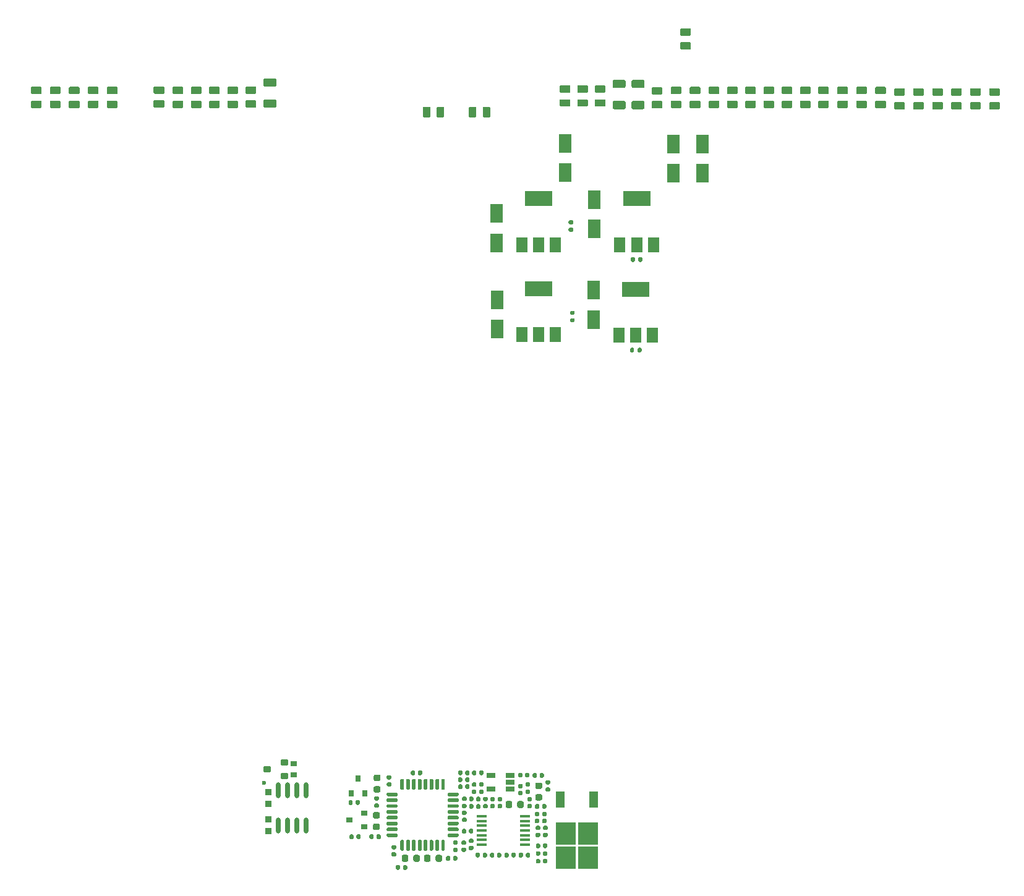
<source format=gtp>
G75*
G70*
%OFA0B0*%
%FSLAX25Y25*%
%IPPOS*%
%LPD*%
%AMOC8*
5,1,8,0,0,1.08239X$1,22.5*
%
%AMM19*
21,1,0.035430,0.030320,0.000000,-0.000000,90.000000*
21,1,0.028350,0.037400,0.000000,-0.000000,90.000000*
1,1,0.007090,0.015160,0.014170*
1,1,0.007090,0.015160,-0.014170*
1,1,0.007090,-0.015160,-0.014170*
1,1,0.007090,-0.015160,0.014170*
%
%AMM20*
21,1,0.033470,0.026770,0.000000,-0.000000,270.000000*
21,1,0.026770,0.033470,0.000000,-0.000000,270.000000*
1,1,0.006690,-0.013390,-0.013390*
1,1,0.006690,-0.013390,0.013390*
1,1,0.006690,0.013390,0.013390*
1,1,0.006690,0.013390,-0.013390*
%
%AMM21*
21,1,0.027560,0.030710,0.000000,-0.000000,90.000000*
21,1,0.022050,0.036220,0.000000,-0.000000,90.000000*
1,1,0.005510,0.015350,0.011020*
1,1,0.005510,0.015350,-0.011020*
1,1,0.005510,-0.015350,-0.011020*
1,1,0.005510,-0.015350,0.011020*
%
%ADD105M19*%
%ADD106M20*%
%ADD107M21*%
%ADD25R,0.04803X0.02559*%
%ADD27R,0.03543X0.03150*%
%ADD42R,0.10827X0.12008*%
%ADD44R,0.04724X0.08661*%
%ADD46R,0.05709X0.01772*%
%ADD50R,0.03150X0.03543*%
%ADD58C,0.02362*%
%ADD59R,0.05906X0.07874*%
%ADD64R,0.14961X0.07874*%
%ADD66R,0.07087X0.09843*%
%ADD89O,0.00000X0.00000*%
%ADD92O,0.02362X0.08661*%
X0000000Y0000000D02*
%LPD*%
G01*
G36*
G01*
X0099902Y0497835D02*
X0104823Y0497835D01*
G75*
G02*
X0105217Y0497441I0000000J-000394D01*
G01*
X0105217Y0494291D01*
G75*
G02*
X0104823Y0493898I-000394J0000000D01*
G01*
X0099902Y0493898D01*
G75*
G02*
X0099508Y0494291I0000000J0000394D01*
G01*
X0099508Y0497441D01*
G75*
G02*
X0099902Y0497835I0000394J0000000D01*
G01*
G37*
G36*
G01*
X0099902Y0490354D02*
X0104823Y0490354D01*
G75*
G02*
X0105217Y0489961I0000000J-000394D01*
G01*
X0105217Y0486811D01*
G75*
G02*
X0104823Y0486417I-000394J0000000D01*
G01*
X0099902Y0486417D01*
G75*
G02*
X0099508Y0486811I0000000J0000394D01*
G01*
X0099508Y0489961D01*
G75*
G02*
X0099902Y0490354I0000394J0000000D01*
G01*
G37*
G36*
G01*
X0575492Y0497047D02*
X0580413Y0497047D01*
G75*
G02*
X0580807Y0496654I0000000J-000394D01*
G01*
X0580807Y0493504D01*
G75*
G02*
X0580413Y0493110I-000394J0000000D01*
G01*
X0575492Y0493110D01*
G75*
G02*
X0575098Y0493504I0000000J0000394D01*
G01*
X0575098Y0496654D01*
G75*
G02*
X0575492Y0497047I0000394J0000000D01*
G01*
G37*
G36*
G01*
X0575492Y0489567D02*
X0580413Y0489567D01*
G75*
G02*
X0580807Y0489173I0000000J-000394D01*
G01*
X0580807Y0486024D01*
G75*
G02*
X0580413Y0485630I-000394J0000000D01*
G01*
X0575492Y0485630D01*
G75*
G02*
X0575098Y0486024I0000000J0000394D01*
G01*
X0575098Y0489173D01*
G75*
G02*
X0575492Y0489567I0000394J0000000D01*
G01*
G37*
D89*
X0183294Y0112549D03*
G36*
G01*
X0524311Y0497047D02*
X0529232Y0497047D01*
G75*
G02*
X0529626Y0496654I0000000J-000394D01*
G01*
X0529626Y0493504D01*
G75*
G02*
X0529232Y0493110I-000394J0000000D01*
G01*
X0524311Y0493110D01*
G75*
G02*
X0523917Y0493504I0000000J0000394D01*
G01*
X0523917Y0496654D01*
G75*
G02*
X0524311Y0497047I0000394J0000000D01*
G01*
G37*
G36*
G01*
X0524311Y0489567D02*
X0529232Y0489567D01*
G75*
G02*
X0529626Y0489173I0000000J-000394D01*
G01*
X0529626Y0486024D01*
G75*
G02*
X0529232Y0485630I-000394J0000000D01*
G01*
X0524311Y0485630D01*
G75*
G02*
X0523917Y0486024I0000000J0000394D01*
G01*
X0523917Y0489173D01*
G75*
G02*
X0524311Y0489567I0000394J0000000D01*
G01*
G37*
G36*
G01*
X0434154Y0497835D02*
X0439075Y0497835D01*
G75*
G02*
X0439469Y0497441I0000000J-000394D01*
G01*
X0439469Y0494291D01*
G75*
G02*
X0439075Y0493898I-000394J0000000D01*
G01*
X0434154Y0493898D01*
G75*
G02*
X0433760Y0494291I0000000J0000394D01*
G01*
X0433760Y0497441D01*
G75*
G02*
X0434154Y0497835I0000394J0000000D01*
G01*
G37*
G36*
G01*
X0434154Y0490354D02*
X0439075Y0490354D01*
G75*
G02*
X0439469Y0489961I0000000J-000394D01*
G01*
X0439469Y0486811D01*
G75*
G02*
X0439075Y0486417I-000394J0000000D01*
G01*
X0434154Y0486417D01*
G75*
G02*
X0433760Y0486811I0000000J0000394D01*
G01*
X0433760Y0489961D01*
G75*
G02*
X0434154Y0490354I0000394J0000000D01*
G01*
G37*
G36*
G01*
X0353445Y0498622D02*
X0358366Y0498622D01*
G75*
G02*
X0358760Y0498228I0000000J-000394D01*
G01*
X0358760Y0495079D01*
G75*
G02*
X0358366Y0494685I-000394J0000000D01*
G01*
X0353445Y0494685D01*
G75*
G02*
X0353051Y0495079I0000000J0000394D01*
G01*
X0353051Y0498228D01*
G75*
G02*
X0353445Y0498622I0000394J0000000D01*
G01*
G37*
G36*
G01*
X0353445Y0491142D02*
X0358366Y0491142D01*
G75*
G02*
X0358760Y0490748I0000000J-000394D01*
G01*
X0358760Y0487598D01*
G75*
G02*
X0358366Y0487205I-000394J0000000D01*
G01*
X0353445Y0487205D01*
G75*
G02*
X0353051Y0487598I0000000J0000394D01*
G01*
X0353051Y0490748D01*
G75*
G02*
X0353445Y0491142I0000394J0000000D01*
G01*
G37*
G36*
G01*
X0463681Y0497835D02*
X0468602Y0497835D01*
G75*
G02*
X0468996Y0497441I0000000J-000394D01*
G01*
X0468996Y0494291D01*
G75*
G02*
X0468602Y0493898I-000394J0000000D01*
G01*
X0463681Y0493898D01*
G75*
G02*
X0463287Y0494291I0000000J0000394D01*
G01*
X0463287Y0497441D01*
G75*
G02*
X0463681Y0497835I0000394J0000000D01*
G01*
G37*
G36*
G01*
X0463681Y0490354D02*
X0468602Y0490354D01*
G75*
G02*
X0468996Y0489961I0000000J-000394D01*
G01*
X0468996Y0486811D01*
G75*
G02*
X0468602Y0486417I-000394J0000000D01*
G01*
X0463681Y0486417D01*
G75*
G02*
X0463287Y0486811I0000000J0000394D01*
G01*
X0463287Y0489961D01*
G75*
G02*
X0463681Y0490354I0000394J0000000D01*
G01*
G37*
G36*
G01*
X0534547Y0497047D02*
X0539469Y0497047D01*
G75*
G02*
X0539862Y0496654I0000000J-000394D01*
G01*
X0539862Y0493504D01*
G75*
G02*
X0539469Y0493110I-000394J0000000D01*
G01*
X0534547Y0493110D01*
G75*
G02*
X0534154Y0493504I0000000J0000394D01*
G01*
X0534154Y0496654D01*
G75*
G02*
X0534547Y0497047I0000394J0000000D01*
G01*
G37*
G36*
G01*
X0534547Y0489567D02*
X0539469Y0489567D01*
G75*
G02*
X0539862Y0489173I0000000J-000394D01*
G01*
X0539862Y0486024D01*
G75*
G02*
X0539469Y0485630I-000394J0000000D01*
G01*
X0534547Y0485630D01*
G75*
G02*
X0534154Y0486024I0000000J0000394D01*
G01*
X0534154Y0489173D01*
G75*
G02*
X0534547Y0489567I0000394J0000000D01*
G01*
G37*
D66*
X0404724Y0451181D03*
X0404724Y0466929D03*
G36*
G01*
X0351122Y0370945D02*
X0349665Y0370945D01*
G75*
G02*
X0349134Y0371476I0000000J0000531D01*
G01*
X0349134Y0372539D01*
G75*
G02*
X0349665Y0373071I0000531J0000000D01*
G01*
X0351122Y0373071D01*
G75*
G02*
X0351654Y0372539I0000000J-000531D01*
G01*
X0351654Y0371476D01*
G75*
G02*
X0351122Y0370945I-000531J0000000D01*
G01*
G37*
G36*
G01*
X0351122Y0374961D02*
X0349665Y0374961D01*
G75*
G02*
X0349134Y0375492I0000000J0000531D01*
G01*
X0349134Y0376555D01*
G75*
G02*
X0349665Y0377087I0000531J0000000D01*
G01*
X0351122Y0377087D01*
G75*
G02*
X0351654Y0376555I0000000J-000531D01*
G01*
X0351654Y0375492D01*
G75*
G02*
X0351122Y0374961I-000531J0000000D01*
G01*
G37*
D59*
X0323228Y0364173D03*
X0332283Y0364173D03*
X0341339Y0364173D03*
D64*
X0332283Y0388976D03*
G36*
G01*
X0483366Y0497835D02*
X0488287Y0497835D01*
G75*
G02*
X0488681Y0497441I0000000J-000394D01*
G01*
X0488681Y0494291D01*
G75*
G02*
X0488287Y0493898I-000394J0000000D01*
G01*
X0483366Y0493898D01*
G75*
G02*
X0482972Y0494291I0000000J0000394D01*
G01*
X0482972Y0497441D01*
G75*
G02*
X0483366Y0497835I0000394J0000000D01*
G01*
G37*
G36*
G01*
X0483366Y0490354D02*
X0488287Y0490354D01*
G75*
G02*
X0488681Y0489961I0000000J-000394D01*
G01*
X0488681Y0486811D01*
G75*
G02*
X0488287Y0486417I-000394J0000000D01*
G01*
X0483366Y0486417D01*
G75*
G02*
X0482972Y0486811I0000000J0000394D01*
G01*
X0482972Y0489961D01*
G75*
G02*
X0483366Y0490354I0000394J0000000D01*
G01*
G37*
D66*
X0420472Y0451181D03*
X0420472Y0466929D03*
D59*
X0323228Y0412795D03*
X0332283Y0412795D03*
X0341339Y0412795D03*
D64*
X0332283Y0437598D03*
G36*
G01*
X0145177Y0497835D02*
X0150098Y0497835D01*
G75*
G02*
X0150492Y0497441I0000000J-000394D01*
G01*
X0150492Y0494291D01*
G75*
G02*
X0150098Y0493898I-000394J0000000D01*
G01*
X0145177Y0493898D01*
G75*
G02*
X0144783Y0494291I0000000J0000394D01*
G01*
X0144783Y0497441D01*
G75*
G02*
X0145177Y0497835I0000394J0000000D01*
G01*
G37*
G36*
G01*
X0145177Y0490354D02*
X0150098Y0490354D01*
G75*
G02*
X0150492Y0489961I0000000J-000394D01*
G01*
X0150492Y0486811D01*
G75*
G02*
X0150098Y0486417I-000394J0000000D01*
G01*
X0145177Y0486417D01*
G75*
G02*
X0144783Y0486811I0000000J0000394D01*
G01*
X0144783Y0489961D01*
G75*
G02*
X0145177Y0490354I0000394J0000000D01*
G01*
G37*
G36*
G01*
X0382283Y0498051D02*
X0382283Y0500768D01*
G75*
G02*
X0383189Y0501673I0000906J0000000D01*
G01*
X0388465Y0501673D01*
G75*
G02*
X0389370Y0500768I0000000J-000906D01*
G01*
X0389370Y0498051D01*
G75*
G02*
X0388465Y0497146I-000906J0000000D01*
G01*
X0383189Y0497146D01*
G75*
G02*
X0382283Y0498051I0000000J0000906D01*
G01*
G37*
G36*
G01*
X0382283Y0486634D02*
X0382283Y0489350D01*
G75*
G02*
X0383189Y0490256I0000906J0000000D01*
G01*
X0388465Y0490256D01*
G75*
G02*
X0389370Y0489350I0000000J-000906D01*
G01*
X0389370Y0486634D01*
G75*
G02*
X0388465Y0485728I-000906J0000000D01*
G01*
X0383189Y0485728D01*
G75*
G02*
X0382283Y0486634I0000000J0000906D01*
G01*
G37*
G36*
G01*
X0503839Y0497835D02*
X0508760Y0497835D01*
G75*
G02*
X0509154Y0497441I0000000J-000394D01*
G01*
X0509154Y0494291D01*
G75*
G02*
X0508760Y0493898I-000394J0000000D01*
G01*
X0503839Y0493898D01*
G75*
G02*
X0503445Y0494291I0000000J0000394D01*
G01*
X0503445Y0497441D01*
G75*
G02*
X0503839Y0497835I0000394J0000000D01*
G01*
G37*
G36*
G01*
X0503839Y0490354D02*
X0508760Y0490354D01*
G75*
G02*
X0509154Y0489961I0000000J-000394D01*
G01*
X0509154Y0486811D01*
G75*
G02*
X0508760Y0486417I-000394J0000000D01*
G01*
X0503839Y0486417D01*
G75*
G02*
X0503445Y0486811I0000000J0000394D01*
G01*
X0503445Y0489961D01*
G75*
G02*
X0503839Y0490354I0000394J0000000D01*
G01*
G37*
G36*
G01*
X0174705Y0498031D02*
X0179626Y0498031D01*
G75*
G02*
X0180020Y0497638I0000000J-000394D01*
G01*
X0180020Y0494488D01*
G75*
G02*
X0179626Y0494094I-000394J0000000D01*
G01*
X0174705Y0494094D01*
G75*
G02*
X0174311Y0494488I0000000J0000394D01*
G01*
X0174311Y0497638D01*
G75*
G02*
X0174705Y0498031I0000394J0000000D01*
G01*
G37*
G36*
G01*
X0174705Y0490551D02*
X0179626Y0490551D01*
G75*
G02*
X0180020Y0490157I0000000J-000394D01*
G01*
X0180020Y0487008D01*
G75*
G02*
X0179626Y0486614I-000394J0000000D01*
G01*
X0174705Y0486614D01*
G75*
G02*
X0174311Y0487008I0000000J0000394D01*
G01*
X0174311Y0490157D01*
G75*
G02*
X0174705Y0490551I0000394J0000000D01*
G01*
G37*
G36*
G01*
X0306102Y0486713D02*
X0306102Y0481791D01*
G75*
G02*
X0305709Y0481398I-000394J0000000D01*
G01*
X0302559Y0481398D01*
G75*
G02*
X0302165Y0481791I0000000J0000394D01*
G01*
X0302165Y0486713D01*
G75*
G02*
X0302559Y0487106I0000394J0000000D01*
G01*
X0305709Y0487106D01*
G75*
G02*
X0306102Y0486713I0000000J-000394D01*
G01*
G37*
G36*
G01*
X0298622Y0486713D02*
X0298622Y0481791D01*
G75*
G02*
X0298228Y0481398I-000394J0000000D01*
G01*
X0295079Y0481398D01*
G75*
G02*
X0294685Y0481791I0000000J0000394D01*
G01*
X0294685Y0486713D01*
G75*
G02*
X0295079Y0487106I0000394J0000000D01*
G01*
X0298228Y0487106D01*
G75*
G02*
X0298622Y0486713I0000000J-000394D01*
G01*
G37*
G36*
G01*
X0125098Y0498031D02*
X0130020Y0498031D01*
G75*
G02*
X0130413Y0497638I0000000J-000394D01*
G01*
X0130413Y0494488D01*
G75*
G02*
X0130020Y0494094I-000394J0000000D01*
G01*
X0125098Y0494094D01*
G75*
G02*
X0124705Y0494488I0000000J0000394D01*
G01*
X0124705Y0497638D01*
G75*
G02*
X0125098Y0498031I0000394J0000000D01*
G01*
G37*
G36*
G01*
X0125098Y0490551D02*
X0130020Y0490551D01*
G75*
G02*
X0130413Y0490157I0000000J-000394D01*
G01*
X0130413Y0487008D01*
G75*
G02*
X0130020Y0486614I-000394J0000000D01*
G01*
X0125098Y0486614D01*
G75*
G02*
X0124705Y0487008I0000000J0000394D01*
G01*
X0124705Y0490157D01*
G75*
G02*
X0125098Y0490551I0000394J0000000D01*
G01*
G37*
G36*
G01*
X0424311Y0497835D02*
X0429232Y0497835D01*
G75*
G02*
X0429626Y0497441I0000000J-000394D01*
G01*
X0429626Y0494291D01*
G75*
G02*
X0429232Y0493898I-000394J0000000D01*
G01*
X0424311Y0493898D01*
G75*
G02*
X0423917Y0494291I0000000J0000394D01*
G01*
X0423917Y0497441D01*
G75*
G02*
X0424311Y0497835I0000394J0000000D01*
G01*
G37*
G36*
G01*
X0424311Y0490354D02*
X0429232Y0490354D01*
G75*
G02*
X0429626Y0489961I0000000J-000394D01*
G01*
X0429626Y0486811D01*
G75*
G02*
X0429232Y0486417I-000394J0000000D01*
G01*
X0424311Y0486417D01*
G75*
G02*
X0423917Y0486811I0000000J0000394D01*
G01*
X0423917Y0489961D01*
G75*
G02*
X0424311Y0490354I0000394J0000000D01*
G01*
G37*
D66*
X0361811Y0388189D03*
X0361811Y0372441D03*
X0309449Y0429528D03*
X0309449Y0413780D03*
G36*
G01*
X0155020Y0497835D02*
X0159941Y0497835D01*
G75*
G02*
X0160335Y0497441I0000000J-000394D01*
G01*
X0160335Y0494291D01*
G75*
G02*
X0159941Y0493898I-000394J0000000D01*
G01*
X0155020Y0493898D01*
G75*
G02*
X0154626Y0494291I0000000J0000394D01*
G01*
X0154626Y0497441D01*
G75*
G02*
X0155020Y0497835I0000394J0000000D01*
G01*
G37*
G36*
G01*
X0155020Y0490354D02*
X0159941Y0490354D01*
G75*
G02*
X0160335Y0489961I0000000J-000394D01*
G01*
X0160335Y0486811D01*
G75*
G02*
X0159941Y0486417I-000394J0000000D01*
G01*
X0155020Y0486417D01*
G75*
G02*
X0154626Y0486811I0000000J0000394D01*
G01*
X0154626Y0489961D01*
G75*
G02*
X0155020Y0490354I0000394J0000000D01*
G01*
G37*
G36*
G01*
X0565256Y0497047D02*
X0570177Y0497047D01*
G75*
G02*
X0570571Y0496654I0000000J-000394D01*
G01*
X0570571Y0493504D01*
G75*
G02*
X0570177Y0493110I-000394J0000000D01*
G01*
X0565256Y0493110D01*
G75*
G02*
X0564862Y0493504I0000000J0000394D01*
G01*
X0564862Y0496654D01*
G75*
G02*
X0565256Y0497047I0000394J0000000D01*
G01*
G37*
G36*
G01*
X0565256Y0489567D02*
X0570177Y0489567D01*
G75*
G02*
X0570571Y0489173I0000000J-000394D01*
G01*
X0570571Y0486024D01*
G75*
G02*
X0570177Y0485630I-000394J0000000D01*
G01*
X0565256Y0485630D01*
G75*
G02*
X0564862Y0486024I0000000J0000394D01*
G01*
X0564862Y0489173D01*
G75*
G02*
X0565256Y0489567I0000394J0000000D01*
G01*
G37*
X0346457Y0451575D03*
X0346457Y0467323D03*
G36*
G01*
X0058957Y0497835D02*
X0063878Y0497835D01*
G75*
G02*
X0064272Y0497441I0000000J-000394D01*
G01*
X0064272Y0494291D01*
G75*
G02*
X0063878Y0493898I-000394J0000000D01*
G01*
X0058957Y0493898D01*
G75*
G02*
X0058563Y0494291I0000000J0000394D01*
G01*
X0058563Y0497441D01*
G75*
G02*
X0058957Y0497835I0000394J0000000D01*
G01*
G37*
G36*
G01*
X0058957Y0490354D02*
X0063878Y0490354D01*
G75*
G02*
X0064272Y0489961I0000000J-000394D01*
G01*
X0064272Y0486811D01*
G75*
G02*
X0063878Y0486417I-000394J0000000D01*
G01*
X0058957Y0486417D01*
G75*
G02*
X0058563Y0486811I0000000J0000394D01*
G01*
X0058563Y0489961D01*
G75*
G02*
X0058957Y0490354I0000394J0000000D01*
G01*
G37*
G36*
G01*
X0403839Y0497835D02*
X0408760Y0497835D01*
G75*
G02*
X0409154Y0497441I0000000J-000394D01*
G01*
X0409154Y0494291D01*
G75*
G02*
X0408760Y0493898I-000394J0000000D01*
G01*
X0403839Y0493898D01*
G75*
G02*
X0403445Y0494291I0000000J0000394D01*
G01*
X0403445Y0497441D01*
G75*
G02*
X0403839Y0497835I0000394J0000000D01*
G01*
G37*
G36*
G01*
X0403839Y0490354D02*
X0408760Y0490354D01*
G75*
G02*
X0409154Y0489961I0000000J-000394D01*
G01*
X0409154Y0486811D01*
G75*
G02*
X0408760Y0486417I-000394J0000000D01*
G01*
X0403839Y0486417D01*
G75*
G02*
X0403445Y0486811I0000000J0000394D01*
G01*
X0403445Y0489961D01*
G75*
G02*
X0403839Y0490354I0000394J0000000D01*
G01*
G37*
G36*
G01*
X0453839Y0497835D02*
X0458760Y0497835D01*
G75*
G02*
X0459154Y0497441I0000000J-000394D01*
G01*
X0459154Y0494291D01*
G75*
G02*
X0458760Y0493898I-000394J0000000D01*
G01*
X0453839Y0493898D01*
G75*
G02*
X0453445Y0494291I0000000J0000394D01*
G01*
X0453445Y0497441D01*
G75*
G02*
X0453839Y0497835I0000394J0000000D01*
G01*
G37*
G36*
G01*
X0453839Y0490354D02*
X0458760Y0490354D01*
G75*
G02*
X0459154Y0489961I0000000J-000394D01*
G01*
X0459154Y0486811D01*
G75*
G02*
X0458760Y0486417I-000394J0000000D01*
G01*
X0453839Y0486417D01*
G75*
G02*
X0453445Y0486811I0000000J0000394D01*
G01*
X0453445Y0489961D01*
G75*
G02*
X0453839Y0490354I0000394J0000000D01*
G01*
G37*
G36*
G01*
X0387717Y0356634D02*
X0387717Y0355177D01*
G75*
G02*
X0387185Y0354646I-000531J0000000D01*
G01*
X0386122Y0354646D01*
G75*
G02*
X0385591Y0355177I0000000J0000531D01*
G01*
X0385591Y0356634D01*
G75*
G02*
X0386122Y0357165I0000531J0000000D01*
G01*
X0387185Y0357165D01*
G75*
G02*
X0387717Y0356634I0000000J-000531D01*
G01*
G37*
G36*
G01*
X0383701Y0356634D02*
X0383701Y0355177D01*
G75*
G02*
X0383169Y0354646I-000531J0000000D01*
G01*
X0382106Y0354646D01*
G75*
G02*
X0381575Y0355177I0000000J0000531D01*
G01*
X0381575Y0356634D01*
G75*
G02*
X0382106Y0357165I0000531J0000000D01*
G01*
X0383169Y0357165D01*
G75*
G02*
X0383701Y0356634I0000000J-000531D01*
G01*
G37*
G36*
G01*
X0388110Y0405453D02*
X0388110Y0403996D01*
G75*
G02*
X0387579Y0403465I-000531J0000000D01*
G01*
X0386516Y0403465D01*
G75*
G02*
X0385984Y0403996I0000000J0000531D01*
G01*
X0385984Y0405453D01*
G75*
G02*
X0386516Y0405984I0000531J0000000D01*
G01*
X0387579Y0405984D01*
G75*
G02*
X0388110Y0405453I0000000J-000531D01*
G01*
G37*
G36*
G01*
X0384094Y0405453D02*
X0384094Y0403996D01*
G75*
G02*
X0383563Y0403465I-000531J0000000D01*
G01*
X0382500Y0403465D01*
G75*
G02*
X0381969Y0403996I0000000J0000531D01*
G01*
X0381969Y0405453D01*
G75*
G02*
X0382500Y0405984I0000531J0000000D01*
G01*
X0383563Y0405984D01*
G75*
G02*
X0384094Y0405453I0000000J-000531D01*
G01*
G37*
G36*
G01*
X0393602Y0497638D02*
X0398524Y0497638D01*
G75*
G02*
X0398917Y0497244I0000000J-000394D01*
G01*
X0398917Y0494095D01*
G75*
G02*
X0398524Y0493701I-000394J0000000D01*
G01*
X0393602Y0493701D01*
G75*
G02*
X0393209Y0494095I0000000J0000394D01*
G01*
X0393209Y0497244D01*
G75*
G02*
X0393602Y0497638I0000394J0000000D01*
G01*
G37*
G36*
G01*
X0393602Y0490157D02*
X0398524Y0490157D01*
G75*
G02*
X0398917Y0489764I0000000J-000394D01*
G01*
X0398917Y0486614D01*
G75*
G02*
X0398524Y0486220I-000394J0000000D01*
G01*
X0393602Y0486220D01*
G75*
G02*
X0393209Y0486614I0000000J0000394D01*
G01*
X0393209Y0489764D01*
G75*
G02*
X0393602Y0490157I0000394J0000000D01*
G01*
G37*
G36*
G01*
X0350335Y0419724D02*
X0348878Y0419724D01*
G75*
G02*
X0348346Y0420256I0000000J0000531D01*
G01*
X0348346Y0421319D01*
G75*
G02*
X0348878Y0421850I0000531J0000000D01*
G01*
X0350335Y0421850D01*
G75*
G02*
X0350866Y0421319I0000000J-000531D01*
G01*
X0350866Y0420256D01*
G75*
G02*
X0350335Y0419724I-000531J0000000D01*
G01*
G37*
G36*
G01*
X0350335Y0423740D02*
X0348878Y0423740D01*
G75*
G02*
X0348346Y0424272I0000000J0000531D01*
G01*
X0348346Y0425335D01*
G75*
G02*
X0348878Y0425866I0000531J0000000D01*
G01*
X0350335Y0425866D01*
G75*
G02*
X0350866Y0425335I0000000J-000531D01*
G01*
X0350866Y0424272D01*
G75*
G02*
X0350335Y0423740I-000531J0000000D01*
G01*
G37*
G36*
G01*
X0269882Y0481791D02*
X0269882Y0486713D01*
G75*
G02*
X0270276Y0487106I0000394J0000000D01*
G01*
X0273425Y0487106D01*
G75*
G02*
X0273819Y0486713I0000000J-000394D01*
G01*
X0273819Y0481791D01*
G75*
G02*
X0273425Y0481398I-000394J0000000D01*
G01*
X0270276Y0481398D01*
G75*
G02*
X0269882Y0481791I0000000J0000394D01*
G01*
G37*
G36*
G01*
X0277362Y0481791D02*
X0277362Y0486713D01*
G75*
G02*
X0277756Y0487106I0000394J0000000D01*
G01*
X0280906Y0487106D01*
G75*
G02*
X0281299Y0486713I0000000J-000394D01*
G01*
X0281299Y0481791D01*
G75*
G02*
X0280906Y0481398I-000394J0000000D01*
G01*
X0277756Y0481398D01*
G75*
G02*
X0277362Y0481791I0000000J0000394D01*
G01*
G37*
G36*
G01*
X0372047Y0498051D02*
X0372047Y0500768D01*
G75*
G02*
X0372953Y0501673I0000906J0000000D01*
G01*
X0378228Y0501673D01*
G75*
G02*
X0379134Y0500768I0000000J-000906D01*
G01*
X0379134Y0498051D01*
G75*
G02*
X0378228Y0497146I-000906J0000000D01*
G01*
X0372953Y0497146D01*
G75*
G02*
X0372047Y0498051I0000000J0000906D01*
G01*
G37*
G36*
G01*
X0372047Y0486634D02*
X0372047Y0489350D01*
G75*
G02*
X0372953Y0490256I0000906J0000000D01*
G01*
X0378228Y0490256D01*
G75*
G02*
X0379134Y0489350I0000000J-000906D01*
G01*
X0379134Y0486634D01*
G75*
G02*
X0378228Y0485728I-000906J0000000D01*
G01*
X0372953Y0485728D01*
G75*
G02*
X0372047Y0486634I0000000J0000906D01*
G01*
G37*
X0309843Y0383071D03*
X0309843Y0367323D03*
G36*
G01*
X0135335Y0497835D02*
X0140256Y0497835D01*
G75*
G02*
X0140650Y0497441I0000000J-000394D01*
G01*
X0140650Y0494291D01*
G75*
G02*
X0140256Y0493898I-000394J0000000D01*
G01*
X0135335Y0493898D01*
G75*
G02*
X0134941Y0494291I0000000J0000394D01*
G01*
X0134941Y0497441D01*
G75*
G02*
X0135335Y0497835I0000394J0000000D01*
G01*
G37*
G36*
G01*
X0135335Y0490354D02*
X0140256Y0490354D01*
G75*
G02*
X0140650Y0489961I0000000J-000394D01*
G01*
X0140650Y0486811D01*
G75*
G02*
X0140256Y0486417I-000394J0000000D01*
G01*
X0135335Y0486417D01*
G75*
G02*
X0134941Y0486811I0000000J0000394D01*
G01*
X0134941Y0489961D01*
G75*
G02*
X0135335Y0490354I0000394J0000000D01*
G01*
G37*
G36*
G01*
X0443996Y0497835D02*
X0448917Y0497835D01*
G75*
G02*
X0449311Y0497441I0000000J-000394D01*
G01*
X0449311Y0494291D01*
G75*
G02*
X0448917Y0493898I-000394J0000000D01*
G01*
X0443996Y0493898D01*
G75*
G02*
X0443602Y0494291I0000000J0000394D01*
G01*
X0443602Y0497441D01*
G75*
G02*
X0443996Y0497835I0000394J0000000D01*
G01*
G37*
G36*
G01*
X0443996Y0490354D02*
X0448917Y0490354D01*
G75*
G02*
X0449311Y0489961I0000000J-000394D01*
G01*
X0449311Y0486811D01*
G75*
G02*
X0448917Y0486417I-000394J0000000D01*
G01*
X0443996Y0486417D01*
G75*
G02*
X0443602Y0486811I0000000J0000394D01*
G01*
X0443602Y0489961D01*
G75*
G02*
X0443996Y0490354I0000394J0000000D01*
G01*
G37*
X0362205Y0437008D03*
X0362205Y0421260D03*
G36*
G01*
X0414075Y0497835D02*
X0418996Y0497835D01*
G75*
G02*
X0419390Y0497441I0000000J-000394D01*
G01*
X0419390Y0494291D01*
G75*
G02*
X0418996Y0493898I-000394J0000000D01*
G01*
X0414075Y0493898D01*
G75*
G02*
X0413681Y0494291I0000000J0000394D01*
G01*
X0413681Y0497441D01*
G75*
G02*
X0414075Y0497835I0000394J0000000D01*
G01*
G37*
G36*
G01*
X0414075Y0490354D02*
X0418996Y0490354D01*
G75*
G02*
X0419390Y0489961I0000000J-000394D01*
G01*
X0419390Y0486811D01*
G75*
G02*
X0418996Y0486417I-000394J0000000D01*
G01*
X0414075Y0486417D01*
G75*
G02*
X0413681Y0486811I0000000J0000394D01*
G01*
X0413681Y0489961D01*
G75*
G02*
X0414075Y0490354I0000394J0000000D01*
G01*
G37*
G36*
G01*
X0183858Y0498839D02*
X0183858Y0501555D01*
G75*
G02*
X0184764Y0502461I0000906J0000000D01*
G01*
X0190039Y0502461D01*
G75*
G02*
X0190945Y0501555I0000000J-000906D01*
G01*
X0190945Y0498839D01*
G75*
G02*
X0190039Y0497933I-000906J0000000D01*
G01*
X0184764Y0497933D01*
G75*
G02*
X0183858Y0498839I0000000J0000906D01*
G01*
G37*
G36*
G01*
X0183858Y0487421D02*
X0183858Y0490138D01*
G75*
G02*
X0184764Y0491043I0000906J0000000D01*
G01*
X0190039Y0491043D01*
G75*
G02*
X0190945Y0490138I0000000J-000906D01*
G01*
X0190945Y0487421D01*
G75*
G02*
X0190039Y0486516I-000906J0000000D01*
G01*
X0184764Y0486516D01*
G75*
G02*
X0183858Y0487421I0000000J0000906D01*
G01*
G37*
G36*
G01*
X0079429Y0497835D02*
X0084350Y0497835D01*
G75*
G02*
X0084744Y0497441I0000000J-000394D01*
G01*
X0084744Y0494291D01*
G75*
G02*
X0084350Y0493898I-000394J0000000D01*
G01*
X0079429Y0493898D01*
G75*
G02*
X0079035Y0494291I0000000J0000394D01*
G01*
X0079035Y0497441D01*
G75*
G02*
X0079429Y0497835I0000394J0000000D01*
G01*
G37*
G36*
G01*
X0079429Y0490354D02*
X0084350Y0490354D01*
G75*
G02*
X0084744Y0489961I0000000J-000394D01*
G01*
X0084744Y0486811D01*
G75*
G02*
X0084350Y0486417I-000394J0000000D01*
G01*
X0079429Y0486417D01*
G75*
G02*
X0079035Y0486811I0000000J0000394D01*
G01*
X0079035Y0489961D01*
G75*
G02*
X0079429Y0490354I0000394J0000000D01*
G01*
G37*
G36*
G01*
X0089665Y0497835D02*
X0094587Y0497835D01*
G75*
G02*
X0094980Y0497441I0000000J-000394D01*
G01*
X0094980Y0494291D01*
G75*
G02*
X0094587Y0493898I-000394J0000000D01*
G01*
X0089665Y0493898D01*
G75*
G02*
X0089272Y0494291I0000000J0000394D01*
G01*
X0089272Y0497441D01*
G75*
G02*
X0089665Y0497835I0000394J0000000D01*
G01*
G37*
G36*
G01*
X0089665Y0490354D02*
X0094587Y0490354D01*
G75*
G02*
X0094980Y0489961I0000000J-000394D01*
G01*
X0094980Y0486811D01*
G75*
G02*
X0094587Y0486417I-000394J0000000D01*
G01*
X0089665Y0486417D01*
G75*
G02*
X0089272Y0486811I0000000J0000394D01*
G01*
X0089272Y0489961D01*
G75*
G02*
X0089665Y0490354I0000394J0000000D01*
G01*
G37*
D59*
X0375984Y0412795D03*
X0385039Y0412795D03*
X0394094Y0412795D03*
D64*
X0385039Y0437598D03*
G36*
G01*
X0164862Y0497835D02*
X0169783Y0497835D01*
G75*
G02*
X0170177Y0497441I0000000J-000394D01*
G01*
X0170177Y0494291D01*
G75*
G02*
X0169783Y0493898I-000394J0000000D01*
G01*
X0164862Y0493898D01*
G75*
G02*
X0164469Y0494291I0000000J0000394D01*
G01*
X0164469Y0497441D01*
G75*
G02*
X0164862Y0497835I0000394J0000000D01*
G01*
G37*
G36*
G01*
X0164862Y0490354D02*
X0169783Y0490354D01*
G75*
G02*
X0170177Y0489961I0000000J-000394D01*
G01*
X0170177Y0486811D01*
G75*
G02*
X0169783Y0486417I-000394J0000000D01*
G01*
X0164862Y0486417D01*
G75*
G02*
X0164469Y0486811I0000000J0000394D01*
G01*
X0164469Y0489961D01*
G75*
G02*
X0164862Y0490354I0000394J0000000D01*
G01*
G37*
G36*
G01*
X0408957Y0529331D02*
X0413878Y0529331D01*
G75*
G02*
X0414272Y0528937I0000000J-000394D01*
G01*
X0414272Y0525787D01*
G75*
G02*
X0413878Y0525394I-000394J0000000D01*
G01*
X0408957Y0525394D01*
G75*
G02*
X0408563Y0525787I0000000J0000394D01*
G01*
X0408563Y0528937D01*
G75*
G02*
X0408957Y0529331I0000394J0000000D01*
G01*
G37*
G36*
G01*
X0408957Y0521850D02*
X0413878Y0521850D01*
G75*
G02*
X0414272Y0521457I0000000J-000394D01*
G01*
X0414272Y0518307D01*
G75*
G02*
X0413878Y0517913I-000394J0000000D01*
G01*
X0408957Y0517913D01*
G75*
G02*
X0408563Y0518307I0000000J0000394D01*
G01*
X0408563Y0521457D01*
G75*
G02*
X0408957Y0521850I0000394J0000000D01*
G01*
G37*
G36*
G01*
X0473524Y0497835D02*
X0478445Y0497835D01*
G75*
G02*
X0478839Y0497441I0000000J-000394D01*
G01*
X0478839Y0494291D01*
G75*
G02*
X0478445Y0493898I-000394J0000000D01*
G01*
X0473524Y0493898D01*
G75*
G02*
X0473130Y0494291I0000000J0000394D01*
G01*
X0473130Y0497441D01*
G75*
G02*
X0473524Y0497835I0000394J0000000D01*
G01*
G37*
G36*
G01*
X0473524Y0490354D02*
X0478445Y0490354D01*
G75*
G02*
X0478839Y0489961I0000000J-000394D01*
G01*
X0478839Y0486811D01*
G75*
G02*
X0478445Y0486417I-000394J0000000D01*
G01*
X0473524Y0486417D01*
G75*
G02*
X0473130Y0486811I0000000J0000394D01*
G01*
X0473130Y0489961D01*
G75*
G02*
X0473524Y0490354I0000394J0000000D01*
G01*
G37*
G36*
G01*
X0493602Y0497835D02*
X0498524Y0497835D01*
G75*
G02*
X0498917Y0497441I0000000J-000394D01*
G01*
X0498917Y0494291D01*
G75*
G02*
X0498524Y0493898I-000394J0000000D01*
G01*
X0493602Y0493898D01*
G75*
G02*
X0493209Y0494291I0000000J0000394D01*
G01*
X0493209Y0497441D01*
G75*
G02*
X0493602Y0497835I0000394J0000000D01*
G01*
G37*
G36*
G01*
X0493602Y0490354D02*
X0498524Y0490354D01*
G75*
G02*
X0498917Y0489961I0000000J-000394D01*
G01*
X0498917Y0486811D01*
G75*
G02*
X0498524Y0486417I-000394J0000000D01*
G01*
X0493602Y0486417D01*
G75*
G02*
X0493209Y0486811I0000000J0000394D01*
G01*
X0493209Y0489961D01*
G75*
G02*
X0493602Y0490354I0000394J0000000D01*
G01*
G37*
G36*
G01*
X0544783Y0497047D02*
X0549705Y0497047D01*
G75*
G02*
X0550098Y0496654I0000000J-000394D01*
G01*
X0550098Y0493504D01*
G75*
G02*
X0549705Y0493110I-000394J0000000D01*
G01*
X0544783Y0493110D01*
G75*
G02*
X0544390Y0493504I0000000J0000394D01*
G01*
X0544390Y0496654D01*
G75*
G02*
X0544783Y0497047I0000394J0000000D01*
G01*
G37*
G36*
G01*
X0544783Y0489567D02*
X0549705Y0489567D01*
G75*
G02*
X0550098Y0489173I0000000J-000394D01*
G01*
X0550098Y0486024D01*
G75*
G02*
X0549705Y0485630I-000394J0000000D01*
G01*
X0544783Y0485630D01*
G75*
G02*
X0544390Y0486024I0000000J0000394D01*
G01*
X0544390Y0489173D01*
G75*
G02*
X0544783Y0489567I0000394J0000000D01*
G01*
G37*
G36*
G01*
X0343996Y0498622D02*
X0348917Y0498622D01*
G75*
G02*
X0349311Y0498228I0000000J-000394D01*
G01*
X0349311Y0495079D01*
G75*
G02*
X0348917Y0494685I-000394J0000000D01*
G01*
X0343996Y0494685D01*
G75*
G02*
X0343602Y0495079I0000000J0000394D01*
G01*
X0343602Y0498228D01*
G75*
G02*
X0343996Y0498622I0000394J0000000D01*
G01*
G37*
G36*
G01*
X0343996Y0491142D02*
X0348917Y0491142D01*
G75*
G02*
X0349311Y0490748I0000000J-000394D01*
G01*
X0349311Y0487598D01*
G75*
G02*
X0348917Y0487205I-000394J0000000D01*
G01*
X0343996Y0487205D01*
G75*
G02*
X0343602Y0487598I0000000J0000394D01*
G01*
X0343602Y0490748D01*
G75*
G02*
X0343996Y0491142I0000394J0000000D01*
G01*
G37*
G36*
G01*
X0555020Y0497047D02*
X0559941Y0497047D01*
G75*
G02*
X0560335Y0496654I0000000J-000394D01*
G01*
X0560335Y0493504D01*
G75*
G02*
X0559941Y0493110I-000394J0000000D01*
G01*
X0555020Y0493110D01*
G75*
G02*
X0554626Y0493504I0000000J0000394D01*
G01*
X0554626Y0496654D01*
G75*
G02*
X0555020Y0497047I0000394J0000000D01*
G01*
G37*
G36*
G01*
X0555020Y0489567D02*
X0559941Y0489567D01*
G75*
G02*
X0560335Y0489173I0000000J-000394D01*
G01*
X0560335Y0486024D01*
G75*
G02*
X0559941Y0485630I-000394J0000000D01*
G01*
X0555020Y0485630D01*
G75*
G02*
X0554626Y0486024I0000000J0000394D01*
G01*
X0554626Y0489173D01*
G75*
G02*
X0555020Y0489567I0000394J0000000D01*
G01*
G37*
G36*
G01*
X0514075Y0497835D02*
X0518996Y0497835D01*
G75*
G02*
X0519390Y0497441I0000000J-000394D01*
G01*
X0519390Y0494291D01*
G75*
G02*
X0518996Y0493898I-000394J0000000D01*
G01*
X0514075Y0493898D01*
G75*
G02*
X0513681Y0494291I0000000J0000394D01*
G01*
X0513681Y0497441D01*
G75*
G02*
X0514075Y0497835I0000394J0000000D01*
G01*
G37*
G36*
G01*
X0514075Y0490354D02*
X0518996Y0490354D01*
G75*
G02*
X0519390Y0489961I0000000J-000394D01*
G01*
X0519390Y0486811D01*
G75*
G02*
X0518996Y0486417I-000394J0000000D01*
G01*
X0514075Y0486417D01*
G75*
G02*
X0513681Y0486811I0000000J0000394D01*
G01*
X0513681Y0489961D01*
G75*
G02*
X0514075Y0490354I0000394J0000000D01*
G01*
G37*
G36*
G01*
X0069193Y0497835D02*
X0074114Y0497835D01*
G75*
G02*
X0074508Y0497441I0000000J-000394D01*
G01*
X0074508Y0494291D01*
G75*
G02*
X0074114Y0493898I-000394J0000000D01*
G01*
X0069193Y0493898D01*
G75*
G02*
X0068799Y0494291I0000000J0000394D01*
G01*
X0068799Y0497441D01*
G75*
G02*
X0069193Y0497835I0000394J0000000D01*
G01*
G37*
G36*
G01*
X0069193Y0490354D02*
X0074114Y0490354D01*
G75*
G02*
X0074508Y0489961I0000000J-000394D01*
G01*
X0074508Y0486811D01*
G75*
G02*
X0074114Y0486417I-000394J0000000D01*
G01*
X0069193Y0486417D01*
G75*
G02*
X0068799Y0486811I0000000J0000394D01*
G01*
X0068799Y0489961D01*
G75*
G02*
X0069193Y0490354I0000394J0000000D01*
G01*
G37*
D59*
X0375591Y0363976D03*
X0384646Y0363976D03*
X0393701Y0363976D03*
D64*
X0384646Y0388780D03*
G36*
G01*
X0362894Y0498622D02*
X0367815Y0498622D01*
G75*
G02*
X0368209Y0498228I0000000J-000394D01*
G01*
X0368209Y0495079D01*
G75*
G02*
X0367815Y0494685I-000394J0000000D01*
G01*
X0362894Y0494685D01*
G75*
G02*
X0362500Y0495079I0000000J0000394D01*
G01*
X0362500Y0498228D01*
G75*
G02*
X0362894Y0498622I0000394J0000000D01*
G01*
G37*
G36*
G01*
X0362894Y0491142D02*
X0367815Y0491142D01*
G75*
G02*
X0368209Y0490748I0000000J-000394D01*
G01*
X0368209Y0487598D01*
G75*
G02*
X0367815Y0487205I-000394J0000000D01*
G01*
X0362894Y0487205D01*
G75*
G02*
X0362500Y0487598I0000000J0000394D01*
G01*
X0362500Y0490748D01*
G75*
G02*
X0362894Y0491142I0000394J0000000D01*
G01*
G37*
X0224213Y0072736D02*
%LPD*%
G01*
G36*
G01*
X0292806Y0109035D02*
X0291447Y0109035D01*
G75*
G02*
X0290867Y0109616I0000000J0000581D01*
G01*
X0290867Y0110777D01*
G75*
G02*
X0291447Y0111358I0000581J0000000D01*
G01*
X0292806Y0111358D01*
G75*
G02*
X0293386Y0110777I0000000J-000581D01*
G01*
X0293386Y0109616D01*
G75*
G02*
X0292806Y0109035I-000581J0000000D01*
G01*
G37*
G36*
G01*
X0292806Y0112854D02*
X0291447Y0112854D01*
G75*
G02*
X0290867Y0113435I0000000J0000581D01*
G01*
X0290867Y0114596D01*
G75*
G02*
X0291447Y0115177I0000581J0000000D01*
G01*
X0292806Y0115177D01*
G75*
G02*
X0293386Y0114596I0000000J-000581D01*
G01*
X0293386Y0113435D01*
G75*
G02*
X0292806Y0112854I-000581J0000000D01*
G01*
G37*
G36*
G01*
X0327628Y0084378D02*
X0327628Y0083019D01*
G75*
G02*
X0327048Y0082439I-000581J0000000D01*
G01*
X0325886Y0082439D01*
G75*
G02*
X0325306Y0083019I0000000J0000581D01*
G01*
X0325306Y0084378D01*
G75*
G02*
X0325886Y0084958I0000581J0000000D01*
G01*
X0327048Y0084958D01*
G75*
G02*
X0327628Y0084378I0000000J-000581D01*
G01*
G37*
G36*
G01*
X0323809Y0084378D02*
X0323809Y0083019D01*
G75*
G02*
X0323229Y0082439I-000581J0000000D01*
G01*
X0322067Y0082439D01*
G75*
G02*
X0321487Y0083019I0000000J0000581D01*
G01*
X0321487Y0084378D01*
G75*
G02*
X0322067Y0084958I0000581J0000000D01*
G01*
X0323229Y0084958D01*
G75*
G02*
X0323809Y0084378I0000000J-000581D01*
G01*
G37*
G36*
G01*
X0330237Y0109269D02*
X0330237Y0110628D01*
G75*
G02*
X0330817Y0111208I0000581J0000000D01*
G01*
X0331979Y0111208D01*
G75*
G02*
X0332559Y0110628I0000000J-000581D01*
G01*
X0332559Y0109269D01*
G75*
G02*
X0331979Y0108689I-000581J0000000D01*
G01*
X0330817Y0108689D01*
G75*
G02*
X0330237Y0109269I0000000J0000581D01*
G01*
G37*
G36*
G01*
X0334056Y0109269D02*
X0334056Y0110628D01*
G75*
G02*
X0334636Y0111208I0000581J0000000D01*
G01*
X0335798Y0111208D01*
G75*
G02*
X0336378Y0110628I0000000J-000581D01*
G01*
X0336378Y0109269D01*
G75*
G02*
X0335798Y0108689I-000581J0000000D01*
G01*
X0334636Y0108689D01*
G75*
G02*
X0334056Y0109269I0000000J0000581D01*
G01*
G37*
G36*
G01*
X0230213Y0092888D02*
X0230213Y0094246D01*
G75*
G02*
X0230794Y0094827I0000581J0000000D01*
G01*
X0231955Y0094827D01*
G75*
G02*
X0232536Y0094246I0000000J-000581D01*
G01*
X0232536Y0092888D01*
G75*
G02*
X0231955Y0092307I-000581J0000000D01*
G01*
X0230794Y0092307D01*
G75*
G02*
X0230213Y0092888I0000000J0000581D01*
G01*
G37*
G36*
G01*
X0234032Y0092888D02*
X0234032Y0094246D01*
G75*
G02*
X0234613Y0094827I0000581J0000000D01*
G01*
X0235774Y0094827D01*
G75*
G02*
X0236355Y0094246I0000000J-000581D01*
G01*
X0236355Y0092888D01*
G75*
G02*
X0235774Y0092307I-000581J0000000D01*
G01*
X0234613Y0092307D01*
G75*
G02*
X0234032Y0092888I0000000J0000581D01*
G01*
G37*
G36*
G01*
X0243775Y0106890D02*
X0245793Y0106890D01*
G75*
G02*
X0246654Y0106028I0000000J-000861D01*
G01*
X0246654Y0104306D01*
G75*
G02*
X0245793Y0103445I-000861J0000000D01*
G01*
X0243775Y0103445D01*
G75*
G02*
X0242914Y0104306I0000000J0000861D01*
G01*
X0242914Y0106028D01*
G75*
G02*
X0243775Y0106890I0000861J0000000D01*
G01*
G37*
G36*
G01*
X0243775Y0100689D02*
X0245793Y0100689D01*
G75*
G02*
X0246654Y0099828I0000000J-000861D01*
G01*
X0246654Y0098105D01*
G75*
G02*
X0245793Y0097244I-000861J0000000D01*
G01*
X0243775Y0097244D01*
G75*
G02*
X0242914Y0098105I0000000J0000861D01*
G01*
X0242914Y0099828D01*
G75*
G02*
X0243775Y0100689I0000861J0000000D01*
G01*
G37*
G36*
G01*
X0314485Y0109940D02*
X0314485Y0111957D01*
G75*
G02*
X0315346Y0112819I0000861J0000000D01*
G01*
X0317068Y0112819D01*
G75*
G02*
X0317930Y0111957I0000000J-000861D01*
G01*
X0317930Y0109940D01*
G75*
G02*
X0317068Y0109079I-000861J0000000D01*
G01*
X0315346Y0109079D01*
G75*
G02*
X0314485Y0109940I0000000J0000861D01*
G01*
G37*
G36*
G01*
X0320685Y0109940D02*
X0320685Y0111957D01*
G75*
G02*
X0321547Y0112819I0000861J0000000D01*
G01*
X0323269Y0112819D01*
G75*
G02*
X0324130Y0111957I0000000J-000861D01*
G01*
X0324130Y0109940D01*
G75*
G02*
X0323269Y0109079I-000861J0000000D01*
G01*
X0321547Y0109079D01*
G75*
G02*
X0320685Y0109940I0000000J0000861D01*
G01*
G37*
G36*
G01*
X0319878Y0084378D02*
X0319878Y0083019D01*
G75*
G02*
X0319298Y0082439I-000581J0000000D01*
G01*
X0318136Y0082439D01*
G75*
G02*
X0317556Y0083019I0000000J0000581D01*
G01*
X0317556Y0084378D01*
G75*
G02*
X0318136Y0084958I0000581J0000000D01*
G01*
X0319298Y0084958D01*
G75*
G02*
X0319878Y0084378I0000000J-000581D01*
G01*
G37*
G36*
G01*
X0316059Y0084378D02*
X0316059Y0083019D01*
G75*
G02*
X0315479Y0082439I-000581J0000000D01*
G01*
X0314317Y0082439D01*
G75*
G02*
X0313737Y0083019I0000000J0000581D01*
G01*
X0313737Y0084378D01*
G75*
G02*
X0314317Y0084958I0000581J0000000D01*
G01*
X0315479Y0084958D01*
G75*
G02*
X0316059Y0084378I0000000J-000581D01*
G01*
G37*
G36*
G01*
X0331987Y0100878D02*
X0330628Y0100878D01*
G75*
G02*
X0330048Y0101458I0000000J0000581D01*
G01*
X0330048Y0102620D01*
G75*
G02*
X0330628Y0103201I0000581J0000000D01*
G01*
X0331987Y0103201D01*
G75*
G02*
X0332567Y0102620I0000000J-000581D01*
G01*
X0332567Y0101458D01*
G75*
G02*
X0331987Y0100878I-000581J0000000D01*
G01*
G37*
G36*
G01*
X0331987Y0104697D02*
X0330628Y0104697D01*
G75*
G02*
X0330048Y0105277I0000000J0000581D01*
G01*
X0330048Y0106439D01*
G75*
G02*
X0330628Y0107019I0000581J0000000D01*
G01*
X0331987Y0107019D01*
G75*
G02*
X0332567Y0106439I0000000J-000581D01*
G01*
X0332567Y0105277D01*
G75*
G02*
X0331987Y0104697I-000581J0000000D01*
G01*
G37*
G36*
G01*
X0325699Y0122854D02*
X0327057Y0122854D01*
G75*
G02*
X0327638Y0122273I0000000J-000581D01*
G01*
X0327638Y0121112D01*
G75*
G02*
X0327057Y0120531I-000581J0000000D01*
G01*
X0325699Y0120531D01*
G75*
G02*
X0325119Y0121112I0000000J0000581D01*
G01*
X0325119Y0122273D01*
G75*
G02*
X0325699Y0122854I0000581J0000000D01*
G01*
G37*
G36*
G01*
X0325699Y0119035D02*
X0327057Y0119035D01*
G75*
G02*
X0327638Y0118455I0000000J-000581D01*
G01*
X0327638Y0117293D01*
G75*
G02*
X0327057Y0116712I-000581J0000000D01*
G01*
X0325699Y0116712D01*
G75*
G02*
X0325119Y0117293I0000000J0000581D01*
G01*
X0325119Y0118455D01*
G75*
G02*
X0325699Y0119035I0000581J0000000D01*
G01*
G37*
G36*
G01*
X0321142Y0126191D02*
X0321142Y0127549D01*
G75*
G02*
X0321723Y0128130I0000581J0000000D01*
G01*
X0322884Y0128130D01*
G75*
G02*
X0323465Y0127549I0000000J-000581D01*
G01*
X0323465Y0126191D01*
G75*
G02*
X0322884Y0125610I-000581J0000000D01*
G01*
X0321723Y0125610D01*
G75*
G02*
X0321142Y0126191I0000000J0000581D01*
G01*
G37*
G36*
G01*
X0324961Y0126191D02*
X0324961Y0127549D01*
G75*
G02*
X0325542Y0128130I0000581J0000000D01*
G01*
X0326703Y0128130D01*
G75*
G02*
X0327284Y0127549I0000000J-000581D01*
G01*
X0327284Y0126191D01*
G75*
G02*
X0326703Y0125610I-000581J0000000D01*
G01*
X0325542Y0125610D01*
G75*
G02*
X0324961Y0126191I0000000J0000581D01*
G01*
G37*
G36*
G01*
X0296339Y0127372D02*
X0296339Y0128730D01*
G75*
G02*
X0296920Y0129311I0000581J0000000D01*
G01*
X0298081Y0129311D01*
G75*
G02*
X0298662Y0128730I0000000J-000581D01*
G01*
X0298662Y0127372D01*
G75*
G02*
X0298081Y0126791I-000581J0000000D01*
G01*
X0296920Y0126791D01*
G75*
G02*
X0296339Y0127372I0000000J0000581D01*
G01*
G37*
G36*
G01*
X0300158Y0127372D02*
X0300158Y0128730D01*
G75*
G02*
X0300739Y0129311I0000581J0000000D01*
G01*
X0301900Y0129311D01*
G75*
G02*
X0302481Y0128730I0000000J-000581D01*
G01*
X0302481Y0127372D01*
G75*
G02*
X0301900Y0126791I-000581J0000000D01*
G01*
X0300739Y0126791D01*
G75*
G02*
X0300158Y0127372I0000000J0000581D01*
G01*
G37*
G36*
G01*
X0312128Y0084378D02*
X0312128Y0083019D01*
G75*
G02*
X0311548Y0082439I-000581J0000000D01*
G01*
X0310386Y0082439D01*
G75*
G02*
X0309806Y0083019I0000000J0000581D01*
G01*
X0309806Y0084378D01*
G75*
G02*
X0310386Y0084958I0000581J0000000D01*
G01*
X0311548Y0084958D01*
G75*
G02*
X0312128Y0084378I0000000J-000581D01*
G01*
G37*
G36*
G01*
X0308309Y0084378D02*
X0308309Y0083019D01*
G75*
G02*
X0307729Y0082439I-000581J0000000D01*
G01*
X0306567Y0082439D01*
G75*
G02*
X0305987Y0083019I0000000J0000581D01*
G01*
X0305987Y0084378D01*
G75*
G02*
X0306567Y0084958I0000581J0000000D01*
G01*
X0307729Y0084958D01*
G75*
G02*
X0308309Y0084378I0000000J-000581D01*
G01*
G37*
G36*
G01*
X0304378Y0084378D02*
X0304378Y0083019D01*
G75*
G02*
X0303798Y0082439I-000581J0000000D01*
G01*
X0302636Y0082439D01*
G75*
G02*
X0302056Y0083019I0000000J0000581D01*
G01*
X0302056Y0084378D01*
G75*
G02*
X0302636Y0084958I0000581J0000000D01*
G01*
X0303798Y0084958D01*
G75*
G02*
X0304378Y0084378I0000000J-000581D01*
G01*
G37*
G36*
G01*
X0300559Y0084378D02*
X0300559Y0083019D01*
G75*
G02*
X0299979Y0082439I-000581J0000000D01*
G01*
X0298817Y0082439D01*
G75*
G02*
X0298237Y0083019I0000000J0000581D01*
G01*
X0298237Y0084378D01*
G75*
G02*
X0298817Y0084958I0000581J0000000D01*
G01*
X0299979Y0084958D01*
G75*
G02*
X0300559Y0084378I0000000J-000581D01*
G01*
G37*
G36*
G01*
X0327987Y0108878D02*
X0326628Y0108878D01*
G75*
G02*
X0326048Y0109458I0000000J0000581D01*
G01*
X0326048Y0110620D01*
G75*
G02*
X0326628Y0111201I0000581J0000000D01*
G01*
X0327987Y0111201D01*
G75*
G02*
X0328567Y0110620I0000000J-000581D01*
G01*
X0328567Y0109458D01*
G75*
G02*
X0327987Y0108878I-000581J0000000D01*
G01*
G37*
G36*
G01*
X0327987Y0112697D02*
X0326628Y0112697D01*
G75*
G02*
X0326048Y0113277I0000000J0000581D01*
G01*
X0326048Y0114439D01*
G75*
G02*
X0326628Y0115019I0000581J0000000D01*
G01*
X0327987Y0115019D01*
G75*
G02*
X0328567Y0114439I0000000J-000581D01*
G01*
X0328567Y0113277D01*
G75*
G02*
X0327987Y0112697I-000581J0000000D01*
G01*
G37*
D27*
X0238221Y0098927D03*
X0238221Y0106407D03*
X0230347Y0102667D03*
D46*
X0301693Y0104626D03*
X0301693Y0102067D03*
X0301693Y0099508D03*
X0301693Y0096949D03*
X0301693Y0094390D03*
X0301693Y0091830D03*
X0301693Y0089271D03*
X0324922Y0089271D03*
X0324922Y0091830D03*
X0324922Y0094390D03*
X0324922Y0096949D03*
X0324922Y0099508D03*
X0324922Y0102067D03*
X0324922Y0104626D03*
G36*
G01*
X0335987Y0100878D02*
X0334628Y0100878D01*
G75*
G02*
X0334048Y0101458I0000000J0000581D01*
G01*
X0334048Y0102620D01*
G75*
G02*
X0334628Y0103201I0000581J0000000D01*
G01*
X0335987Y0103201D01*
G75*
G02*
X0336567Y0102620I0000000J-000581D01*
G01*
X0336567Y0101458D01*
G75*
G02*
X0335987Y0100878I-000581J0000000D01*
G01*
G37*
G36*
G01*
X0335987Y0104697D02*
X0334628Y0104697D01*
G75*
G02*
X0334048Y0105277I0000000J0000581D01*
G01*
X0334048Y0106439D01*
G75*
G02*
X0334628Y0107019I0000581J0000000D01*
G01*
X0335987Y0107019D01*
G75*
G02*
X0336567Y0106439I0000000J-000581D01*
G01*
X0336567Y0105277D01*
G75*
G02*
X0335987Y0104697I-000581J0000000D01*
G01*
G37*
G36*
G01*
X0288859Y0123632D02*
X0288859Y0124990D01*
G75*
G02*
X0289439Y0125571I0000581J0000000D01*
G01*
X0290601Y0125571D01*
G75*
G02*
X0291182Y0124990I0000000J-000581D01*
G01*
X0291182Y0123632D01*
G75*
G02*
X0290601Y0123051I-000581J0000000D01*
G01*
X0289439Y0123051D01*
G75*
G02*
X0288859Y0123632I0000000J0000581D01*
G01*
G37*
G36*
G01*
X0292678Y0123632D02*
X0292678Y0124990D01*
G75*
G02*
X0293258Y0125571I0000581J0000000D01*
G01*
X0294420Y0125571D01*
G75*
G02*
X0295000Y0124990I0000000J-000581D01*
G01*
X0295000Y0123632D01*
G75*
G02*
X0294420Y0123051I-000581J0000000D01*
G01*
X0293258Y0123051D01*
G75*
G02*
X0292678Y0123632I0000000J0000581D01*
G01*
G37*
G36*
G01*
X0295000Y0128730D02*
X0295000Y0127372D01*
G75*
G02*
X0294420Y0126791I-000581J0000000D01*
G01*
X0293258Y0126791D01*
G75*
G02*
X0292678Y0127372I0000000J0000581D01*
G01*
X0292678Y0128730D01*
G75*
G02*
X0293258Y0129311I0000581J0000000D01*
G01*
X0294420Y0129311D01*
G75*
G02*
X0295000Y0128730I0000000J-000581D01*
G01*
G37*
G36*
G01*
X0291182Y0128730D02*
X0291182Y0127372D01*
G75*
G02*
X0290601Y0126791I-000581J0000000D01*
G01*
X0289439Y0126791D01*
G75*
G02*
X0288859Y0127372I0000000J0000581D01*
G01*
X0288859Y0128730D01*
G75*
G02*
X0289439Y0129311I0000581J0000000D01*
G01*
X0290601Y0129311D01*
G75*
G02*
X0291182Y0128730I0000000J-000581D01*
G01*
G37*
G36*
G01*
X0291447Y0107697D02*
X0292806Y0107697D01*
G75*
G02*
X0293386Y0107116I0000000J-000581D01*
G01*
X0293386Y0105955D01*
G75*
G02*
X0292806Y0105374I-000581J0000000D01*
G01*
X0291447Y0105374D01*
G75*
G02*
X0290867Y0105955I0000000J0000581D01*
G01*
X0290867Y0107116D01*
G75*
G02*
X0291447Y0107697I0000581J0000000D01*
G01*
G37*
G36*
G01*
X0291447Y0103878D02*
X0292806Y0103878D01*
G75*
G02*
X0293386Y0103297I0000000J-000581D01*
G01*
X0293386Y0102136D01*
G75*
G02*
X0292806Y0101555I-000581J0000000D01*
G01*
X0291447Y0101555D01*
G75*
G02*
X0290867Y0102136I0000000J0000581D01*
G01*
X0290867Y0103297D01*
G75*
G02*
X0291447Y0103878I0000581J0000000D01*
G01*
G37*
G36*
G01*
X0337884Y0117893D02*
X0336526Y0117893D01*
G75*
G02*
X0335945Y0118474I0000000J0000581D01*
G01*
X0335945Y0119636D01*
G75*
G02*
X0336526Y0120216I0000581J0000000D01*
G01*
X0337884Y0120216D01*
G75*
G02*
X0338465Y0119636I0000000J-000581D01*
G01*
X0338465Y0118474D01*
G75*
G02*
X0337884Y0117893I-000581J0000000D01*
G01*
G37*
G36*
G01*
X0337884Y0121712D02*
X0336526Y0121712D01*
G75*
G02*
X0335945Y0122293I0000000J0000581D01*
G01*
X0335945Y0123455D01*
G75*
G02*
X0336526Y0124035I0000581J0000000D01*
G01*
X0337884Y0124035D01*
G75*
G02*
X0338465Y0123455I0000000J-000581D01*
G01*
X0338465Y0122293D01*
G75*
G02*
X0337884Y0121712I-000581J0000000D01*
G01*
G37*
G36*
G01*
X0263327Y0127372D02*
X0263327Y0128730D01*
G75*
G02*
X0263908Y0129311I0000581J0000000D01*
G01*
X0265069Y0129311D01*
G75*
G02*
X0265650Y0128730I0000000J-000581D01*
G01*
X0265650Y0127372D01*
G75*
G02*
X0265069Y0126791I-000581J0000000D01*
G01*
X0263908Y0126791D01*
G75*
G02*
X0263327Y0127372I0000000J0000581D01*
G01*
G37*
G36*
G01*
X0267146Y0127372D02*
X0267146Y0128730D01*
G75*
G02*
X0267727Y0129311I0000581J0000000D01*
G01*
X0268888Y0129311D01*
G75*
G02*
X0269469Y0128730I0000000J-000581D01*
G01*
X0269469Y0127372D01*
G75*
G02*
X0268888Y0126791I-000581J0000000D01*
G01*
X0267727Y0126791D01*
G75*
G02*
X0267146Y0127372I0000000J0000581D01*
G01*
G37*
G36*
G01*
X0286723Y0091555D02*
X0288081Y0091555D01*
G75*
G02*
X0288662Y0090974I0000000J-000581D01*
G01*
X0288662Y0089813D01*
G75*
G02*
X0288081Y0089232I-000581J0000000D01*
G01*
X0286723Y0089232D01*
G75*
G02*
X0286142Y0089813I0000000J0000581D01*
G01*
X0286142Y0090974D01*
G75*
G02*
X0286723Y0091555I0000581J0000000D01*
G01*
G37*
G36*
G01*
X0286723Y0087736D02*
X0288081Y0087736D01*
G75*
G02*
X0288662Y0087155I0000000J-000581D01*
G01*
X0288662Y0085994D01*
G75*
G02*
X0288081Y0085413I-000581J0000000D01*
G01*
X0286723Y0085413D01*
G75*
G02*
X0286142Y0085994I0000000J0000581D01*
G01*
X0286142Y0087155D01*
G75*
G02*
X0286723Y0087736I0000581J0000000D01*
G01*
G37*
G36*
G01*
X0252254Y0120649D02*
X0250896Y0120649D01*
G75*
G02*
X0250315Y0121230I0000000J0000581D01*
G01*
X0250315Y0122392D01*
G75*
G02*
X0250896Y0122972I0000581J0000000D01*
G01*
X0252254Y0122972D01*
G75*
G02*
X0252835Y0122392I0000000J-000581D01*
G01*
X0252835Y0121230D01*
G75*
G02*
X0252254Y0120649I-000581J0000000D01*
G01*
G37*
G36*
G01*
X0252254Y0124468D02*
X0250896Y0124468D01*
G75*
G02*
X0250315Y0125049I0000000J0000581D01*
G01*
X0250315Y0126210D01*
G75*
G02*
X0250896Y0126791I0000581J0000000D01*
G01*
X0252254Y0126791D01*
G75*
G02*
X0252835Y0126210I0000000J-000581D01*
G01*
X0252835Y0125049D01*
G75*
G02*
X0252254Y0124468I-000581J0000000D01*
G01*
G37*
D44*
X0343977Y0113681D03*
X0361930Y0113681D03*
D42*
X0346949Y0082283D03*
X0358957Y0082283D03*
X0346949Y0095472D03*
X0358957Y0095472D03*
G36*
G01*
X0330729Y0079734D02*
X0330729Y0081092D01*
G75*
G02*
X0331309Y0081673I0000581J0000000D01*
G01*
X0332471Y0081673D01*
G75*
G02*
X0333052Y0081092I0000000J-000581D01*
G01*
X0333052Y0079734D01*
G75*
G02*
X0332471Y0079153I-000581J0000000D01*
G01*
X0331309Y0079153D01*
G75*
G02*
X0330729Y0079734I0000000J0000581D01*
G01*
G37*
G36*
G01*
X0334548Y0079734D02*
X0334548Y0081092D01*
G75*
G02*
X0335128Y0081673I0000581J0000000D01*
G01*
X0336290Y0081673D01*
G75*
G02*
X0336870Y0081092I0000000J-000581D01*
G01*
X0336870Y0079734D01*
G75*
G02*
X0336290Y0079153I-000581J0000000D01*
G01*
X0335128Y0079153D01*
G75*
G02*
X0334548Y0079734I0000000J0000581D01*
G01*
G37*
G36*
G01*
X0292609Y0085413D02*
X0291250Y0085413D01*
G75*
G02*
X0290670Y0085994I0000000J0000581D01*
G01*
X0290670Y0087155D01*
G75*
G02*
X0291250Y0087736I0000581J0000000D01*
G01*
X0292609Y0087736D01*
G75*
G02*
X0293189Y0087155I0000000J-000581D01*
G01*
X0293189Y0085994D01*
G75*
G02*
X0292609Y0085413I-000581J0000000D01*
G01*
G37*
G36*
G01*
X0292609Y0089232D02*
X0291250Y0089232D01*
G75*
G02*
X0290670Y0089813I0000000J0000581D01*
G01*
X0290670Y0090974D01*
G75*
G02*
X0291250Y0091555I0000581J0000000D01*
G01*
X0292609Y0091555D01*
G75*
G02*
X0293189Y0090974I0000000J-000581D01*
G01*
X0293189Y0089813D01*
G75*
G02*
X0292609Y0089232I-000581J0000000D01*
G01*
G37*
G36*
G01*
X0328957Y0125994D02*
X0328957Y0127352D01*
G75*
G02*
X0329538Y0127933I0000581J0000000D01*
G01*
X0330699Y0127933D01*
G75*
G02*
X0331280Y0127352I0000000J-000581D01*
G01*
X0331280Y0125994D01*
G75*
G02*
X0330699Y0125413I-000581J0000000D01*
G01*
X0329538Y0125413D01*
G75*
G02*
X0328957Y0125994I0000000J0000581D01*
G01*
G37*
G36*
G01*
X0332776Y0125994D02*
X0332776Y0127352D01*
G75*
G02*
X0333357Y0127933I0000581J0000000D01*
G01*
X0334518Y0127933D01*
G75*
G02*
X0335099Y0127352I0000000J-000581D01*
G01*
X0335099Y0125994D01*
G75*
G02*
X0334518Y0125413I-000581J0000000D01*
G01*
X0333357Y0125413D01*
G75*
G02*
X0332776Y0125994I0000000J0000581D01*
G01*
G37*
G36*
G01*
X0295128Y0092519D02*
X0296487Y0092519D01*
G75*
G02*
X0297067Y0091939I0000000J-000581D01*
G01*
X0297067Y0090777D01*
G75*
G02*
X0296487Y0090197I-000581J0000000D01*
G01*
X0295128Y0090197D01*
G75*
G02*
X0294548Y0090777I0000000J0000581D01*
G01*
X0294548Y0091939D01*
G75*
G02*
X0295128Y0092519I0000581J0000000D01*
G01*
G37*
G36*
G01*
X0295128Y0088701D02*
X0296487Y0088701D01*
G75*
G02*
X0297067Y0088120I0000000J-000581D01*
G01*
X0297067Y0086958D01*
G75*
G02*
X0296487Y0086378I-000581J0000000D01*
G01*
X0295128Y0086378D01*
G75*
G02*
X0294548Y0086958I0000000J0000581D01*
G01*
X0294548Y0088120D01*
G75*
G02*
X0295128Y0088701I0000581J0000000D01*
G01*
G37*
G36*
G01*
X0241024Y0092923D02*
X0241024Y0094281D01*
G75*
G02*
X0241605Y0094862I0000581J0000000D01*
G01*
X0242766Y0094862D01*
G75*
G02*
X0243347Y0094281I0000000J-000581D01*
G01*
X0243347Y0092923D01*
G75*
G02*
X0242766Y0092342I-000581J0000000D01*
G01*
X0241605Y0092342D01*
G75*
G02*
X0241024Y0092923I0000000J0000581D01*
G01*
G37*
G36*
G01*
X0244843Y0092923D02*
X0244843Y0094281D01*
G75*
G02*
X0245424Y0094862I0000581J0000000D01*
G01*
X0246585Y0094862D01*
G75*
G02*
X0247166Y0094281I0000000J-000581D01*
G01*
X0247166Y0092923D01*
G75*
G02*
X0246585Y0092342I-000581J0000000D01*
G01*
X0245424Y0092342D01*
G75*
G02*
X0244843Y0092923I0000000J0000581D01*
G01*
G37*
G36*
G01*
X0280130Y0082957D02*
X0280130Y0080940D01*
G75*
G02*
X0279269Y0080079I-000861J0000000D01*
G01*
X0277547Y0080079D01*
G75*
G02*
X0276685Y0080940I0000000J0000861D01*
G01*
X0276685Y0082957D01*
G75*
G02*
X0277547Y0083819I0000861J0000000D01*
G01*
X0279269Y0083819D01*
G75*
G02*
X0280130Y0082957I0000000J-000861D01*
G01*
G37*
G36*
G01*
X0273930Y0082957D02*
X0273930Y0080940D01*
G75*
G02*
X0273068Y0080079I-000861J0000000D01*
G01*
X0271346Y0080079D01*
G75*
G02*
X0270485Y0080940I0000000J0000861D01*
G01*
X0270485Y0082957D01*
G75*
G02*
X0271346Y0083819I0000861J0000000D01*
G01*
X0273068Y0083819D01*
G75*
G02*
X0273930Y0082957I0000000J-000861D01*
G01*
G37*
G36*
G01*
X0288378Y0082628D02*
X0288378Y0081269D01*
G75*
G02*
X0287798Y0080689I-000581J0000000D01*
G01*
X0286636Y0080689D01*
G75*
G02*
X0286056Y0081269I0000000J0000581D01*
G01*
X0286056Y0082628D01*
G75*
G02*
X0286636Y0083208I0000581J0000000D01*
G01*
X0287798Y0083208D01*
G75*
G02*
X0288378Y0082628I0000000J-000581D01*
G01*
G37*
G36*
G01*
X0284559Y0082628D02*
X0284559Y0081269D01*
G75*
G02*
X0283979Y0080689I-000581J0000000D01*
G01*
X0282817Y0080689D01*
G75*
G02*
X0282237Y0081269I0000000J0000581D01*
G01*
X0282237Y0082628D01*
G75*
G02*
X0282817Y0083208I0000581J0000000D01*
G01*
X0283979Y0083208D01*
G75*
G02*
X0284559Y0082628I0000000J-000581D01*
G01*
G37*
G36*
G01*
X0300878Y0110628D02*
X0300878Y0109269D01*
G75*
G02*
X0300298Y0108689I-000581J0000000D01*
G01*
X0299136Y0108689D01*
G75*
G02*
X0298556Y0109269I0000000J0000581D01*
G01*
X0298556Y0110628D01*
G75*
G02*
X0299136Y0111208I0000581J0000000D01*
G01*
X0300298Y0111208D01*
G75*
G02*
X0300878Y0110628I0000000J-000581D01*
G01*
G37*
G36*
G01*
X0297059Y0110628D02*
X0297059Y0109269D01*
G75*
G02*
X0296479Y0108689I-000581J0000000D01*
G01*
X0295317Y0108689D01*
G75*
G02*
X0294737Y0109269I0000000J0000581D01*
G01*
X0294737Y0110628D01*
G75*
G02*
X0295317Y0111208I0000581J0000000D01*
G01*
X0296479Y0111208D01*
G75*
G02*
X0297059Y0110628I0000000J-000581D01*
G01*
G37*
G36*
G01*
X0306628Y0115019D02*
X0307987Y0115019D01*
G75*
G02*
X0308567Y0114439I0000000J-000581D01*
G01*
X0308567Y0113277D01*
G75*
G02*
X0307987Y0112697I-000581J0000000D01*
G01*
X0306628Y0112697D01*
G75*
G02*
X0306048Y0113277I0000000J0000581D01*
G01*
X0306048Y0114439D01*
G75*
G02*
X0306628Y0115019I0000581J0000000D01*
G01*
G37*
G36*
G01*
X0306628Y0111201D02*
X0307987Y0111201D01*
G75*
G02*
X0308567Y0110620I0000000J-000581D01*
G01*
X0308567Y0109458D01*
G75*
G02*
X0307987Y0108878I-000581J0000000D01*
G01*
X0306628Y0108878D01*
G75*
G02*
X0306048Y0109458I0000000J0000581D01*
G01*
X0306048Y0110620D01*
G75*
G02*
X0306628Y0111201I0000581J0000000D01*
G01*
G37*
G36*
G01*
X0302865Y0115019D02*
X0304223Y0115019D01*
G75*
G02*
X0304804Y0114439I0000000J-000581D01*
G01*
X0304804Y0113277D01*
G75*
G02*
X0304223Y0112697I-000581J0000000D01*
G01*
X0302865Y0112697D01*
G75*
G02*
X0302284Y0113277I0000000J0000581D01*
G01*
X0302284Y0114439D01*
G75*
G02*
X0302865Y0115019I0000581J0000000D01*
G01*
G37*
G36*
G01*
X0302865Y0111201D02*
X0304223Y0111201D01*
G75*
G02*
X0304804Y0110620I0000000J-000581D01*
G01*
X0304804Y0109458D01*
G75*
G02*
X0304223Y0108878I-000581J0000000D01*
G01*
X0302865Y0108878D01*
G75*
G02*
X0302284Y0109458I0000000J0000581D01*
G01*
X0302284Y0110620D01*
G75*
G02*
X0302865Y0111201I0000581J0000000D01*
G01*
G37*
G36*
G01*
X0300878Y0114628D02*
X0300878Y0113269D01*
G75*
G02*
X0300298Y0112689I-000581J0000000D01*
G01*
X0299136Y0112689D01*
G75*
G02*
X0298556Y0113269I0000000J0000581D01*
G01*
X0298556Y0114628D01*
G75*
G02*
X0299136Y0115208I0000581J0000000D01*
G01*
X0300298Y0115208D01*
G75*
G02*
X0300878Y0114628I0000000J-000581D01*
G01*
G37*
G36*
G01*
X0297059Y0114628D02*
X0297059Y0113269D01*
G75*
G02*
X0296479Y0112689I-000581J0000000D01*
G01*
X0295317Y0112689D01*
G75*
G02*
X0294737Y0113269I0000000J0000581D01*
G01*
X0294737Y0114628D01*
G75*
G02*
X0295317Y0115208I0000581J0000000D01*
G01*
X0296479Y0115208D01*
G75*
G02*
X0297059Y0114628I0000000J-000581D01*
G01*
G37*
D25*
X0316969Y0119193D03*
X0316969Y0122933D03*
X0316969Y0126673D03*
X0306654Y0126673D03*
X0306654Y0119193D03*
G36*
G01*
X0310628Y0115019D02*
X0311987Y0115019D01*
G75*
G02*
X0312567Y0114439I0000000J-000581D01*
G01*
X0312567Y0113277D01*
G75*
G02*
X0311987Y0112697I-000581J0000000D01*
G01*
X0310628Y0112697D01*
G75*
G02*
X0310048Y0113277I0000000J0000581D01*
G01*
X0310048Y0114439D01*
G75*
G02*
X0310628Y0115019I0000581J0000000D01*
G01*
G37*
G36*
G01*
X0310628Y0111201D02*
X0311987Y0111201D01*
G75*
G02*
X0312567Y0110620I0000000J-000581D01*
G01*
X0312567Y0109458D01*
G75*
G02*
X0311987Y0108878I-000581J0000000D01*
G01*
X0310628Y0108878D01*
G75*
G02*
X0310048Y0109458I0000000J0000581D01*
G01*
X0310048Y0110620D01*
G75*
G02*
X0310628Y0111201I0000581J0000000D01*
G01*
G37*
G36*
G01*
X0321762Y0122067D02*
X0323120Y0122067D01*
G75*
G02*
X0323701Y0121486I0000000J-000581D01*
G01*
X0323701Y0120325D01*
G75*
G02*
X0323120Y0119744I-000581J0000000D01*
G01*
X0321762Y0119744D01*
G75*
G02*
X0321182Y0120325I0000000J0000581D01*
G01*
X0321182Y0121486D01*
G75*
G02*
X0321762Y0122067I0000581J0000000D01*
G01*
G37*
G36*
G01*
X0321762Y0118248D02*
X0323120Y0118248D01*
G75*
G02*
X0323701Y0117667I0000000J-000581D01*
G01*
X0323701Y0116506D01*
G75*
G02*
X0323120Y0115925I-000581J0000000D01*
G01*
X0321762Y0115925D01*
G75*
G02*
X0321182Y0116506I0000000J0000581D01*
G01*
X0321182Y0117667D01*
G75*
G02*
X0321762Y0118248I0000581J0000000D01*
G01*
G37*
G36*
G01*
X0335128Y0099519D02*
X0336487Y0099519D01*
G75*
G02*
X0337067Y0098939I0000000J-000581D01*
G01*
X0337067Y0097777D01*
G75*
G02*
X0336487Y0097197I-000581J0000000D01*
G01*
X0335128Y0097197D01*
G75*
G02*
X0334548Y0097777I0000000J0000581D01*
G01*
X0334548Y0098939D01*
G75*
G02*
X0335128Y0099519I0000581J0000000D01*
G01*
G37*
G36*
G01*
X0335128Y0095701D02*
X0336487Y0095701D01*
G75*
G02*
X0337067Y0095120I0000000J-000581D01*
G01*
X0337067Y0093958D01*
G75*
G02*
X0336487Y0093378I-000581J0000000D01*
G01*
X0335128Y0093378D01*
G75*
G02*
X0334548Y0093958I0000000J0000581D01*
G01*
X0334548Y0095120D01*
G75*
G02*
X0335128Y0095701I0000581J0000000D01*
G01*
G37*
G36*
G01*
X0333316Y0113126D02*
X0331299Y0113126D01*
G75*
G02*
X0330437Y0113987I0000000J0000861D01*
G01*
X0330437Y0115709D01*
G75*
G02*
X0331299Y0116571I0000861J0000000D01*
G01*
X0333316Y0116571D01*
G75*
G02*
X0334178Y0115709I0000000J-000861D01*
G01*
X0334178Y0113987D01*
G75*
G02*
X0333316Y0113126I-000861J0000000D01*
G01*
G37*
G36*
G01*
X0333316Y0119327D02*
X0331299Y0119327D01*
G75*
G02*
X0330437Y0120188I0000000J0000861D01*
G01*
X0330437Y0121910D01*
G75*
G02*
X0331299Y0122771I0000861J0000000D01*
G01*
X0333316Y0122771D01*
G75*
G02*
X0334178Y0121910I0000000J-000861D01*
G01*
X0334178Y0120188D01*
G75*
G02*
X0333316Y0119327I-000861J0000000D01*
G01*
G37*
G36*
G01*
X0330729Y0088002D02*
X0330729Y0089360D01*
G75*
G02*
X0331309Y0089941I0000581J0000000D01*
G01*
X0332471Y0089941D01*
G75*
G02*
X0333052Y0089360I0000000J-000581D01*
G01*
X0333052Y0088002D01*
G75*
G02*
X0332471Y0087421I-000581J0000000D01*
G01*
X0331309Y0087421D01*
G75*
G02*
X0330729Y0088002I0000000J0000581D01*
G01*
G37*
G36*
G01*
X0334548Y0088002D02*
X0334548Y0089360D01*
G75*
G02*
X0335128Y0089941I0000581J0000000D01*
G01*
X0336290Y0089941D01*
G75*
G02*
X0336870Y0089360I0000000J-000581D01*
G01*
X0336870Y0088002D01*
G75*
G02*
X0336290Y0087421I-000581J0000000D01*
G01*
X0335128Y0087421D01*
G75*
G02*
X0334548Y0088002I0000000J0000581D01*
G01*
G37*
G36*
G01*
X0336870Y0085226D02*
X0336870Y0083868D01*
G75*
G02*
X0336290Y0083287I-000581J0000000D01*
G01*
X0335128Y0083287D01*
G75*
G02*
X0334548Y0083868I0000000J0000581D01*
G01*
X0334548Y0085226D01*
G75*
G02*
X0335128Y0085807I0000581J0000000D01*
G01*
X0336290Y0085807D01*
G75*
G02*
X0336870Y0085226I0000000J-000581D01*
G01*
G37*
G36*
G01*
X0333052Y0085226D02*
X0333052Y0083868D01*
G75*
G02*
X0332471Y0083287I-000581J0000000D01*
G01*
X0331309Y0083287D01*
G75*
G02*
X0330729Y0083868I0000000J0000581D01*
G01*
X0330729Y0085226D01*
G75*
G02*
X0331309Y0085807I0000581J0000000D01*
G01*
X0332471Y0085807D01*
G75*
G02*
X0333052Y0085226I0000000J-000581D01*
G01*
G37*
G36*
G01*
X0258485Y0080940D02*
X0258485Y0082957D01*
G75*
G02*
X0259346Y0083819I0000861J0000000D01*
G01*
X0261068Y0083819D01*
G75*
G02*
X0261930Y0082957I0000000J-000861D01*
G01*
X0261930Y0080940D01*
G75*
G02*
X0261068Y0080079I-000861J0000000D01*
G01*
X0259346Y0080079D01*
G75*
G02*
X0258485Y0080940I0000000J0000861D01*
G01*
G37*
G36*
G01*
X0264685Y0080940D02*
X0264685Y0082957D01*
G75*
G02*
X0265547Y0083819I0000861J0000000D01*
G01*
X0267269Y0083819D01*
G75*
G02*
X0268130Y0082957I0000000J-000861D01*
G01*
X0268130Y0080940D01*
G75*
G02*
X0267269Y0080079I-000861J0000000D01*
G01*
X0265547Y0080079D01*
G75*
G02*
X0264685Y0080940I0000000J0000861D01*
G01*
G37*
G36*
G01*
X0255256Y0076388D02*
X0255256Y0077746D01*
G75*
G02*
X0255837Y0078327I0000581J0000000D01*
G01*
X0256998Y0078327D01*
G75*
G02*
X0257579Y0077746I0000000J-000581D01*
G01*
X0257579Y0076388D01*
G75*
G02*
X0256998Y0075807I-000581J0000000D01*
G01*
X0255837Y0075807D01*
G75*
G02*
X0255256Y0076388I0000000J0000581D01*
G01*
G37*
G36*
G01*
X0259075Y0076388D02*
X0259075Y0077746D01*
G75*
G02*
X0259656Y0078327I0000581J0000000D01*
G01*
X0260817Y0078327D01*
G75*
G02*
X0261398Y0077746I0000000J-000581D01*
G01*
X0261398Y0076388D01*
G75*
G02*
X0260817Y0075807I-000581J0000000D01*
G01*
X0259656Y0075807D01*
G75*
G02*
X0259075Y0076388I0000000J0000581D01*
G01*
G37*
G36*
G01*
X0302481Y0118494D02*
X0302481Y0117136D01*
G75*
G02*
X0301900Y0116555I-000581J0000000D01*
G01*
X0300739Y0116555D01*
G75*
G02*
X0300158Y0117136I0000000J0000581D01*
G01*
X0300158Y0118494D01*
G75*
G02*
X0300739Y0119075I0000581J0000000D01*
G01*
X0301900Y0119075D01*
G75*
G02*
X0302481Y0118494I0000000J-000581D01*
G01*
G37*
G36*
G01*
X0298662Y0118494D02*
X0298662Y0117136D01*
G75*
G02*
X0298081Y0116555I-000581J0000000D01*
G01*
X0296920Y0116555D01*
G75*
G02*
X0296339Y0117136I0000000J0000581D01*
G01*
X0296339Y0118494D01*
G75*
G02*
X0296920Y0119075I0000581J0000000D01*
G01*
X0298081Y0119075D01*
G75*
G02*
X0298662Y0118494I0000000J-000581D01*
G01*
G37*
G36*
G01*
X0289075Y0094882D02*
X0289075Y0093897D01*
G75*
G02*
X0288583Y0093405I-000492J0000000D01*
G01*
X0283662Y0093405D01*
G75*
G02*
X0283170Y0093897I0000000J0000492D01*
G01*
X0283170Y0094882D01*
G75*
G02*
X0283662Y0095374I0000492J0000000D01*
G01*
X0288583Y0095374D01*
G75*
G02*
X0289075Y0094882I0000000J-000492D01*
G01*
G37*
G36*
G01*
X0289075Y0098031D02*
X0289075Y0097047D01*
G75*
G02*
X0288583Y0096555I-000492J0000000D01*
G01*
X0283662Y0096555D01*
G75*
G02*
X0283170Y0097047I0000000J0000492D01*
G01*
X0283170Y0098031D01*
G75*
G02*
X0283662Y0098523I0000492J0000000D01*
G01*
X0288583Y0098523D01*
G75*
G02*
X0289075Y0098031I0000000J-000492D01*
G01*
G37*
G36*
G01*
X0289075Y0101181D02*
X0289075Y0100197D01*
G75*
G02*
X0288583Y0099705I-000492J0000000D01*
G01*
X0283662Y0099705D01*
G75*
G02*
X0283170Y0100197I0000000J0000492D01*
G01*
X0283170Y0101181D01*
G75*
G02*
X0283662Y0101673I0000492J0000000D01*
G01*
X0288583Y0101673D01*
G75*
G02*
X0289075Y0101181I0000000J-000492D01*
G01*
G37*
G36*
G01*
X0289075Y0104330D02*
X0289075Y0103346D01*
G75*
G02*
X0288583Y0102854I-000492J0000000D01*
G01*
X0283662Y0102854D01*
G75*
G02*
X0283170Y0103346I0000000J0000492D01*
G01*
X0283170Y0104330D01*
G75*
G02*
X0283662Y0104823I0000492J0000000D01*
G01*
X0288583Y0104823D01*
G75*
G02*
X0289075Y0104330I0000000J-000492D01*
G01*
G37*
G36*
G01*
X0289075Y0107480D02*
X0289075Y0106496D01*
G75*
G02*
X0288583Y0106004I-000492J0000000D01*
G01*
X0283662Y0106004D01*
G75*
G02*
X0283170Y0106496I0000000J0000492D01*
G01*
X0283170Y0107480D01*
G75*
G02*
X0283662Y0107972I0000492J0000000D01*
G01*
X0288583Y0107972D01*
G75*
G02*
X0289075Y0107480I0000000J-000492D01*
G01*
G37*
G36*
G01*
X0289075Y0110630D02*
X0289075Y0109645D01*
G75*
G02*
X0288583Y0109153I-000492J0000000D01*
G01*
X0283662Y0109153D01*
G75*
G02*
X0283170Y0109645I0000000J0000492D01*
G01*
X0283170Y0110630D01*
G75*
G02*
X0283662Y0111122I0000492J0000000D01*
G01*
X0288583Y0111122D01*
G75*
G02*
X0289075Y0110630I0000000J-000492D01*
G01*
G37*
G36*
G01*
X0289075Y0113779D02*
X0289075Y0112795D01*
G75*
G02*
X0288583Y0112303I-000492J0000000D01*
G01*
X0283662Y0112303D01*
G75*
G02*
X0283170Y0112795I0000000J0000492D01*
G01*
X0283170Y0113779D01*
G75*
G02*
X0283662Y0114271I0000492J0000000D01*
G01*
X0288583Y0114271D01*
G75*
G02*
X0289075Y0113779I0000000J-000492D01*
G01*
G37*
G36*
G01*
X0289075Y0116929D02*
X0289075Y0115945D01*
G75*
G02*
X0288583Y0115453I-000492J0000000D01*
G01*
X0283662Y0115453D01*
G75*
G02*
X0283170Y0115945I0000000J0000492D01*
G01*
X0283170Y0116929D01*
G75*
G02*
X0283662Y0117421I0000492J0000000D01*
G01*
X0288583Y0117421D01*
G75*
G02*
X0289075Y0116929I0000000J-000492D01*
G01*
G37*
G36*
G01*
X0281693Y0124311D02*
X0281693Y0119390D01*
G75*
G02*
X0281201Y0118897I-000492J0000000D01*
G01*
X0280217Y0118897D01*
G75*
G02*
X0279725Y0119390I0000000J0000492D01*
G01*
X0279725Y0124311D01*
G75*
G02*
X0280217Y0124803I0000492J0000000D01*
G01*
X0281201Y0124803D01*
G75*
G02*
X0281693Y0124311I0000000J-000492D01*
G01*
G37*
G36*
G01*
X0278544Y0124311D02*
X0278544Y0119390D01*
G75*
G02*
X0278052Y0118897I-000492J0000000D01*
G01*
X0277067Y0118897D01*
G75*
G02*
X0276575Y0119390I0000000J0000492D01*
G01*
X0276575Y0124311D01*
G75*
G02*
X0277067Y0124803I0000492J0000000D01*
G01*
X0278052Y0124803D01*
G75*
G02*
X0278544Y0124311I0000000J-000492D01*
G01*
G37*
G36*
G01*
X0275394Y0124311D02*
X0275394Y0119390D01*
G75*
G02*
X0274902Y0118897I-000492J0000000D01*
G01*
X0273918Y0118897D01*
G75*
G02*
X0273426Y0119390I0000000J0000492D01*
G01*
X0273426Y0124311D01*
G75*
G02*
X0273918Y0124803I0000492J0000000D01*
G01*
X0274902Y0124803D01*
G75*
G02*
X0275394Y0124311I0000000J-000492D01*
G01*
G37*
G36*
G01*
X0272244Y0124311D02*
X0272244Y0119390D01*
G75*
G02*
X0271752Y0118897I-000492J0000000D01*
G01*
X0270768Y0118897D01*
G75*
G02*
X0270276Y0119390I0000000J0000492D01*
G01*
X0270276Y0124311D01*
G75*
G02*
X0270768Y0124803I0000492J0000000D01*
G01*
X0271752Y0124803D01*
G75*
G02*
X0272244Y0124311I0000000J-000492D01*
G01*
G37*
G36*
G01*
X0269095Y0124311D02*
X0269095Y0119390D01*
G75*
G02*
X0268603Y0118897I-000492J0000000D01*
G01*
X0267619Y0118897D01*
G75*
G02*
X0267126Y0119390I0000000J0000492D01*
G01*
X0267126Y0124311D01*
G75*
G02*
X0267619Y0124803I0000492J0000000D01*
G01*
X0268603Y0124803D01*
G75*
G02*
X0269095Y0124311I0000000J-000492D01*
G01*
G37*
G36*
G01*
X0265945Y0124311D02*
X0265945Y0119390D01*
G75*
G02*
X0265453Y0118897I-000492J0000000D01*
G01*
X0264469Y0118897D01*
G75*
G02*
X0263977Y0119390I0000000J0000492D01*
G01*
X0263977Y0124311D01*
G75*
G02*
X0264469Y0124803I0000492J0000000D01*
G01*
X0265453Y0124803D01*
G75*
G02*
X0265945Y0124311I0000000J-000492D01*
G01*
G37*
G36*
G01*
X0262796Y0124311D02*
X0262796Y0119390D01*
G75*
G02*
X0262304Y0118897I-000492J0000000D01*
G01*
X0261319Y0118897D01*
G75*
G02*
X0260827Y0119390I0000000J0000492D01*
G01*
X0260827Y0124311D01*
G75*
G02*
X0261319Y0124803I0000492J0000000D01*
G01*
X0262304Y0124803D01*
G75*
G02*
X0262796Y0124311I0000000J-000492D01*
G01*
G37*
G36*
G01*
X0259646Y0124311D02*
X0259646Y0119390D01*
G75*
G02*
X0259154Y0118897I-000492J0000000D01*
G01*
X0258170Y0118897D01*
G75*
G02*
X0257678Y0119390I0000000J0000492D01*
G01*
X0257678Y0124311D01*
G75*
G02*
X0258170Y0124803I0000492J0000000D01*
G01*
X0259154Y0124803D01*
G75*
G02*
X0259646Y0124311I0000000J-000492D01*
G01*
G37*
G36*
G01*
X0256201Y0116929D02*
X0256201Y0115945D01*
G75*
G02*
X0255709Y0115453I-000492J0000000D01*
G01*
X0250788Y0115453D01*
G75*
G02*
X0250296Y0115945I0000000J0000492D01*
G01*
X0250296Y0116929D01*
G75*
G02*
X0250788Y0117421I0000492J0000000D01*
G01*
X0255709Y0117421D01*
G75*
G02*
X0256201Y0116929I0000000J-000492D01*
G01*
G37*
G36*
G01*
X0256201Y0113779D02*
X0256201Y0112795D01*
G75*
G02*
X0255709Y0112303I-000492J0000000D01*
G01*
X0250788Y0112303D01*
G75*
G02*
X0250296Y0112795I0000000J0000492D01*
G01*
X0250296Y0113779D01*
G75*
G02*
X0250788Y0114271I0000492J0000000D01*
G01*
X0255709Y0114271D01*
G75*
G02*
X0256201Y0113779I0000000J-000492D01*
G01*
G37*
G36*
G01*
X0256201Y0110630D02*
X0256201Y0109645D01*
G75*
G02*
X0255709Y0109153I-000492J0000000D01*
G01*
X0250788Y0109153D01*
G75*
G02*
X0250296Y0109645I0000000J0000492D01*
G01*
X0250296Y0110630D01*
G75*
G02*
X0250788Y0111122I0000492J0000000D01*
G01*
X0255709Y0111122D01*
G75*
G02*
X0256201Y0110630I0000000J-000492D01*
G01*
G37*
G36*
G01*
X0256201Y0107480D02*
X0256201Y0106496D01*
G75*
G02*
X0255709Y0106004I-000492J0000000D01*
G01*
X0250788Y0106004D01*
G75*
G02*
X0250296Y0106496I0000000J0000492D01*
G01*
X0250296Y0107480D01*
G75*
G02*
X0250788Y0107972I0000492J0000000D01*
G01*
X0255709Y0107972D01*
G75*
G02*
X0256201Y0107480I0000000J-000492D01*
G01*
G37*
G36*
G01*
X0256201Y0104330D02*
X0256201Y0103346D01*
G75*
G02*
X0255709Y0102854I-000492J0000000D01*
G01*
X0250788Y0102854D01*
G75*
G02*
X0250296Y0103346I0000000J0000492D01*
G01*
X0250296Y0104330D01*
G75*
G02*
X0250788Y0104823I0000492J0000000D01*
G01*
X0255709Y0104823D01*
G75*
G02*
X0256201Y0104330I0000000J-000492D01*
G01*
G37*
G36*
G01*
X0256201Y0101181D02*
X0256201Y0100197D01*
G75*
G02*
X0255709Y0099705I-000492J0000000D01*
G01*
X0250788Y0099705D01*
G75*
G02*
X0250296Y0100197I0000000J0000492D01*
G01*
X0250296Y0101181D01*
G75*
G02*
X0250788Y0101673I0000492J0000000D01*
G01*
X0255709Y0101673D01*
G75*
G02*
X0256201Y0101181I0000000J-000492D01*
G01*
G37*
G36*
G01*
X0256201Y0098031D02*
X0256201Y0097047D01*
G75*
G02*
X0255709Y0096555I-000492J0000000D01*
G01*
X0250788Y0096555D01*
G75*
G02*
X0250296Y0097047I0000000J0000492D01*
G01*
X0250296Y0098031D01*
G75*
G02*
X0250788Y0098523I0000492J0000000D01*
G01*
X0255709Y0098523D01*
G75*
G02*
X0256201Y0098031I0000000J-000492D01*
G01*
G37*
G36*
G01*
X0256201Y0094882D02*
X0256201Y0093897D01*
G75*
G02*
X0255709Y0093405I-000492J0000000D01*
G01*
X0250788Y0093405D01*
G75*
G02*
X0250296Y0093897I0000000J0000492D01*
G01*
X0250296Y0094882D01*
G75*
G02*
X0250788Y0095374I0000492J0000000D01*
G01*
X0255709Y0095374D01*
G75*
G02*
X0256201Y0094882I0000000J-000492D01*
G01*
G37*
G36*
G01*
X0259646Y0091437D02*
X0259646Y0086516D01*
G75*
G02*
X0259154Y0086023I-000492J0000000D01*
G01*
X0258170Y0086023D01*
G75*
G02*
X0257678Y0086516I0000000J0000492D01*
G01*
X0257678Y0091437D01*
G75*
G02*
X0258170Y0091929I0000492J0000000D01*
G01*
X0259154Y0091929D01*
G75*
G02*
X0259646Y0091437I0000000J-000492D01*
G01*
G37*
G36*
G01*
X0262796Y0091437D02*
X0262796Y0086516D01*
G75*
G02*
X0262304Y0086023I-000492J0000000D01*
G01*
X0261319Y0086023D01*
G75*
G02*
X0260827Y0086516I0000000J0000492D01*
G01*
X0260827Y0091437D01*
G75*
G02*
X0261319Y0091929I0000492J0000000D01*
G01*
X0262304Y0091929D01*
G75*
G02*
X0262796Y0091437I0000000J-000492D01*
G01*
G37*
G36*
G01*
X0265945Y0091437D02*
X0265945Y0086516D01*
G75*
G02*
X0265453Y0086023I-000492J0000000D01*
G01*
X0264469Y0086023D01*
G75*
G02*
X0263977Y0086516I0000000J0000492D01*
G01*
X0263977Y0091437D01*
G75*
G02*
X0264469Y0091929I0000492J0000000D01*
G01*
X0265453Y0091929D01*
G75*
G02*
X0265945Y0091437I0000000J-000492D01*
G01*
G37*
G36*
G01*
X0269095Y0091437D02*
X0269095Y0086516D01*
G75*
G02*
X0268603Y0086023I-000492J0000000D01*
G01*
X0267619Y0086023D01*
G75*
G02*
X0267126Y0086516I0000000J0000492D01*
G01*
X0267126Y0091437D01*
G75*
G02*
X0267619Y0091929I0000492J0000000D01*
G01*
X0268603Y0091929D01*
G75*
G02*
X0269095Y0091437I0000000J-000492D01*
G01*
G37*
G36*
G01*
X0272244Y0091437D02*
X0272244Y0086516D01*
G75*
G02*
X0271752Y0086023I-000492J0000000D01*
G01*
X0270768Y0086023D01*
G75*
G02*
X0270276Y0086516I0000000J0000492D01*
G01*
X0270276Y0091437D01*
G75*
G02*
X0270768Y0091929I0000492J0000000D01*
G01*
X0271752Y0091929D01*
G75*
G02*
X0272244Y0091437I0000000J-000492D01*
G01*
G37*
G36*
G01*
X0275394Y0091437D02*
X0275394Y0086516D01*
G75*
G02*
X0274902Y0086023I-000492J0000000D01*
G01*
X0273918Y0086023D01*
G75*
G02*
X0273426Y0086516I0000000J0000492D01*
G01*
X0273426Y0091437D01*
G75*
G02*
X0273918Y0091929I0000492J0000000D01*
G01*
X0274902Y0091929D01*
G75*
G02*
X0275394Y0091437I0000000J-000492D01*
G01*
G37*
G36*
G01*
X0278544Y0091437D02*
X0278544Y0086516D01*
G75*
G02*
X0278052Y0086023I-000492J0000000D01*
G01*
X0277067Y0086023D01*
G75*
G02*
X0276575Y0086516I0000000J0000492D01*
G01*
X0276575Y0091437D01*
G75*
G02*
X0277067Y0091929I0000492J0000000D01*
G01*
X0278052Y0091929D01*
G75*
G02*
X0278544Y0091437I0000000J-000492D01*
G01*
G37*
G36*
G01*
X0281693Y0091437D02*
X0281693Y0086516D01*
G75*
G02*
X0281201Y0086023I-000492J0000000D01*
G01*
X0280217Y0086023D01*
G75*
G02*
X0279725Y0086516I0000000J0000492D01*
G01*
X0279725Y0091437D01*
G75*
G02*
X0280217Y0091929I0000492J0000000D01*
G01*
X0281201Y0091929D01*
G75*
G02*
X0281693Y0091437I0000000J-000492D01*
G01*
G37*
G36*
G01*
X0288859Y0119892D02*
X0288859Y0121250D01*
G75*
G02*
X0289439Y0121830I0000581J0000000D01*
G01*
X0290601Y0121830D01*
G75*
G02*
X0291182Y0121250I0000000J-000581D01*
G01*
X0291182Y0119892D01*
G75*
G02*
X0290601Y0119311I-000581J0000000D01*
G01*
X0289439Y0119311D01*
G75*
G02*
X0288859Y0119892I0000000J0000581D01*
G01*
G37*
G36*
G01*
X0292678Y0119892D02*
X0292678Y0121250D01*
G75*
G02*
X0293258Y0121830I0000581J0000000D01*
G01*
X0294420Y0121830D01*
G75*
G02*
X0295000Y0121250I0000000J-000581D01*
G01*
X0295000Y0119892D01*
G75*
G02*
X0294420Y0119311I-000581J0000000D01*
G01*
X0293258Y0119311D01*
G75*
G02*
X0292678Y0119892I0000000J0000581D01*
G01*
G37*
G36*
G01*
X0302481Y0122431D02*
X0302481Y0121073D01*
G75*
G02*
X0301900Y0120492I-000581J0000000D01*
G01*
X0300739Y0120492D01*
G75*
G02*
X0300158Y0121073I0000000J0000581D01*
G01*
X0300158Y0122431D01*
G75*
G02*
X0300739Y0123012I0000581J0000000D01*
G01*
X0301900Y0123012D01*
G75*
G02*
X0302481Y0122431I0000000J-000581D01*
G01*
G37*
G36*
G01*
X0298662Y0122431D02*
X0298662Y0121073D01*
G75*
G02*
X0298081Y0120492I-000581J0000000D01*
G01*
X0296920Y0120492D01*
G75*
G02*
X0296339Y0121073I0000000J0000581D01*
G01*
X0296339Y0122431D01*
G75*
G02*
X0296920Y0123012I0000581J0000000D01*
G01*
X0298081Y0123012D01*
G75*
G02*
X0298662Y0122431I0000000J-000581D01*
G01*
G37*
G36*
G01*
X0296969Y0097234D02*
X0296969Y0095876D01*
G75*
G02*
X0296388Y0095295I-000581J0000000D01*
G01*
X0295227Y0095295D01*
G75*
G02*
X0294646Y0095876I0000000J0000581D01*
G01*
X0294646Y0097234D01*
G75*
G02*
X0295227Y0097815I0000581J0000000D01*
G01*
X0296388Y0097815D01*
G75*
G02*
X0296969Y0097234I0000000J-000581D01*
G01*
G37*
G36*
G01*
X0293150Y0097234D02*
X0293150Y0095876D01*
G75*
G02*
X0292569Y0095295I-000581J0000000D01*
G01*
X0291408Y0095295D01*
G75*
G02*
X0290827Y0095876I0000000J0000581D01*
G01*
X0290827Y0097234D01*
G75*
G02*
X0291408Y0097815I0000581J0000000D01*
G01*
X0292569Y0097815D01*
G75*
G02*
X0293150Y0097234I0000000J-000581D01*
G01*
G37*
G36*
G01*
X0244174Y0115413D02*
X0245532Y0115413D01*
G75*
G02*
X0246113Y0114832I0000000J-000581D01*
G01*
X0246113Y0113671D01*
G75*
G02*
X0245532Y0113090I-000581J0000000D01*
G01*
X0244174Y0113090D01*
G75*
G02*
X0243593Y0113671I0000000J0000581D01*
G01*
X0243593Y0114832D01*
G75*
G02*
X0244174Y0115413I0000581J0000000D01*
G01*
G37*
G36*
G01*
X0244174Y0111594D02*
X0245532Y0111594D01*
G75*
G02*
X0246113Y0111013I0000000J-000581D01*
G01*
X0246113Y0109852D01*
G75*
G02*
X0245532Y0109271I-000581J0000000D01*
G01*
X0244174Y0109271D01*
G75*
G02*
X0243593Y0109852I0000000J0000581D01*
G01*
X0243593Y0111013D01*
G75*
G02*
X0244174Y0111594I0000581J0000000D01*
G01*
G37*
G36*
G01*
X0253455Y0089055D02*
X0254813Y0089055D01*
G75*
G02*
X0255394Y0088474I0000000J-000581D01*
G01*
X0255394Y0087313D01*
G75*
G02*
X0254813Y0086732I-000581J0000000D01*
G01*
X0253455Y0086732D01*
G75*
G02*
X0252874Y0087313I0000000J0000581D01*
G01*
X0252874Y0088474D01*
G75*
G02*
X0253455Y0089055I0000581J0000000D01*
G01*
G37*
G36*
G01*
X0253455Y0085236D02*
X0254813Y0085236D01*
G75*
G02*
X0255394Y0084655I0000000J-000581D01*
G01*
X0255394Y0083494D01*
G75*
G02*
X0254813Y0082913I-000581J0000000D01*
G01*
X0253455Y0082913D01*
G75*
G02*
X0252874Y0083494I0000000J0000581D01*
G01*
X0252874Y0084655D01*
G75*
G02*
X0253455Y0085236I0000581J0000000D01*
G01*
G37*
G36*
G01*
X0229713Y0111388D02*
X0229713Y0112746D01*
G75*
G02*
X0230294Y0113327I0000581J0000000D01*
G01*
X0231455Y0113327D01*
G75*
G02*
X0232036Y0112746I0000000J-000581D01*
G01*
X0232036Y0111388D01*
G75*
G02*
X0231455Y0110807I-000581J0000000D01*
G01*
X0230294Y0110807D01*
G75*
G02*
X0229713Y0111388I0000000J0000581D01*
G01*
G37*
G36*
G01*
X0233532Y0111388D02*
X0233532Y0112746D01*
G75*
G02*
X0234113Y0113327I0000581J0000000D01*
G01*
X0235274Y0113327D01*
G75*
G02*
X0235855Y0112746I0000000J-000581D01*
G01*
X0235855Y0111388D01*
G75*
G02*
X0235274Y0110807I-000581J0000000D01*
G01*
X0234113Y0110807D01*
G75*
G02*
X0233532Y0111388I0000000J0000581D01*
G01*
G37*
D50*
X0231044Y0117130D03*
X0238524Y0117130D03*
X0234784Y0125004D03*
G36*
G01*
X0332487Y0093378D02*
X0331128Y0093378D01*
G75*
G02*
X0330548Y0093958I0000000J0000581D01*
G01*
X0330548Y0095120D01*
G75*
G02*
X0331128Y0095701I0000581J0000000D01*
G01*
X0332487Y0095701D01*
G75*
G02*
X0333067Y0095120I0000000J-000581D01*
G01*
X0333067Y0093958D01*
G75*
G02*
X0332487Y0093378I-000581J0000000D01*
G01*
G37*
G36*
G01*
X0332487Y0097197D02*
X0331128Y0097197D01*
G75*
G02*
X0330548Y0097777I0000000J0000581D01*
G01*
X0330548Y0098939D01*
G75*
G02*
X0331128Y0099519I0000581J0000000D01*
G01*
X0332487Y0099519D01*
G75*
G02*
X0333067Y0098939I0000000J-000581D01*
G01*
X0333067Y0097777D01*
G75*
G02*
X0332487Y0097197I-000581J0000000D01*
G01*
G37*
G36*
G01*
X0244139Y0127047D02*
X0246157Y0127047D01*
G75*
G02*
X0247018Y0126186I0000000J-000861D01*
G01*
X0247018Y0124463D01*
G75*
G02*
X0246157Y0123602I-000861J0000000D01*
G01*
X0244139Y0123602D01*
G75*
G02*
X0243278Y0124463I0000000J0000861D01*
G01*
X0243278Y0126186D01*
G75*
G02*
X0244139Y0127047I0000861J0000000D01*
G01*
G37*
G36*
G01*
X0244139Y0120846D02*
X0246157Y0120846D01*
G75*
G02*
X0247018Y0119985I0000000J-000861D01*
G01*
X0247018Y0118262D01*
G75*
G02*
X0246157Y0117401I-000861J0000000D01*
G01*
X0244139Y0117401D01*
G75*
G02*
X0243278Y0118262I0000000J0000861D01*
G01*
X0243278Y0119985D01*
G75*
G02*
X0244139Y0120846I0000861J0000000D01*
G01*
G37*
X0182211Y0137648D02*
G01*
G75*
D105*
X0195223Y0126231D02*
D03*
X0185971Y0129971D02*
D03*
D105*
X0195223Y0133711D02*
D03*
D92*
X0206837Y0118672D02*
D03*
X0201837Y0118672D02*
D03*
X0196837Y0118672D02*
D03*
X0191837Y0118672D02*
D03*
X0206837Y0099774D02*
D03*
X0201837Y0099774D02*
D03*
X0196837Y0099774D02*
D03*
X0191837Y0099774D02*
D03*
D106*
X0186542Y0102963D02*
D03*
X0186542Y0096743D02*
D03*
X0186542Y0111309D02*
D03*
X0186542Y0117530D02*
D03*
D107*
X0200124Y0133121D02*
D03*
X0200124Y0126821D02*
D03*
D58*
X0184081Y0122491D02*
D03*
M02*

</source>
